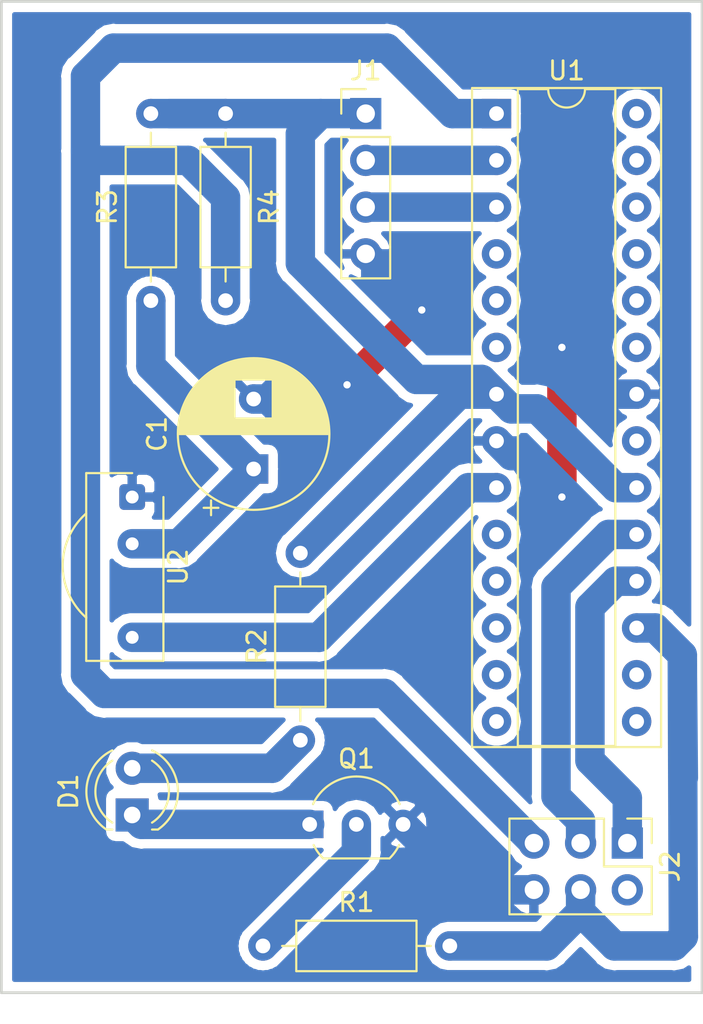
<source format=kicad_pcb>
(kicad_pcb (version 20171130) (host pcbnew 5.0.1-33cea8e~66~ubuntu18.04.1)

  (general
    (thickness 1.6)
    (drawings 7)
    (tracks 78)
    (zones 0)
    (modules 11)
    (nets 32)
  )

  (page A4)
  (layers
    (0 F.Cu signal)
    (31 B.Cu signal)
    (32 B.Adhes user)
    (33 F.Adhes user)
    (34 B.Paste user)
    (35 F.Paste user)
    (36 B.SilkS user)
    (37 F.SilkS user)
    (38 B.Mask user)
    (39 F.Mask user)
    (40 Dwgs.User user)
    (41 Cmts.User user)
    (42 Eco1.User user)
    (43 Eco2.User user)
    (44 Edge.Cuts user)
    (45 Margin user)
    (46 B.CrtYd user)
    (47 F.CrtYd user)
    (48 B.Fab user)
    (49 F.Fab user)
  )

  (setup
    (last_trace_width 1.6)
    (trace_clearance 0.2)
    (zone_clearance 0.508)
    (zone_45_only no)
    (trace_min 0.2)
    (segment_width 0.2)
    (edge_width 0.15)
    (via_size 0.8)
    (via_drill 0.4)
    (via_min_size 0.4)
    (via_min_drill 0.3)
    (uvia_size 0.3)
    (uvia_drill 0.1)
    (uvias_allowed no)
    (uvia_min_size 0.2)
    (uvia_min_drill 0.1)
    (pcb_text_width 0.3)
    (pcb_text_size 1.5 1.5)
    (mod_edge_width 0.15)
    (mod_text_size 1 1)
    (mod_text_width 0.15)
    (pad_size 1.524 1.524)
    (pad_drill 0.762)
    (pad_to_mask_clearance 0.051)
    (solder_mask_min_width 0.25)
    (aux_axis_origin 0 0)
    (visible_elements FFFFFF7F)
    (pcbplotparams
      (layerselection 0x010fc_ffffffff)
      (usegerberextensions false)
      (usegerberattributes false)
      (usegerberadvancedattributes false)
      (creategerberjobfile false)
      (excludeedgelayer true)
      (linewidth 0.100000)
      (plotframeref false)
      (viasonmask false)
      (mode 1)
      (useauxorigin false)
      (hpglpennumber 1)
      (hpglpenspeed 20)
      (hpglpendiameter 15.000000)
      (psnegative false)
      (psa4output false)
      (plotreference true)
      (plotvalue true)
      (plotinvisibletext false)
      (padsonsilk false)
      (subtractmaskfromsilk false)
      (outputformat 1)
      (mirror false)
      (drillshape 1)
      (scaleselection 1)
      (outputdirectory ""))
  )

  (net 0 "")
  (net 1 "Net-(C1-Pad1)")
  (net 2 GND)
  (net 3 "Net-(D1-Pad1)")
  (net 4 "Net-(D1-Pad2)")
  (net 5 "Net-(J1-Pad2)")
  (net 6 MISO)
  (net 7 "Net-(J2-Pad2)")
  (net 8 SCK)
  (net 9 MOSI)
  (net 10 RESET)
  (net 11 "Net-(Q1-Pad2)")
  (net 12 +5V)
  (net 13 "Net-(U1-Pad15)")
  (net 14 "Net-(U1-Pad16)")
  (net 15 "Net-(U1-Pad4)")
  (net 16 "Net-(U1-Pad5)")
  (net 17 "Net-(U1-Pad6)")
  (net 18 "Net-(U1-Pad21)")
  (net 19 "Net-(U1-Pad9)")
  (net 20 "Net-(U1-Pad23)")
  (net 21 "Net-(U1-Pad10)")
  (net 22 "Net-(U1-Pad24)")
  (net 23 "Net-(U1-Pad11)")
  (net 24 "Net-(U1-Pad25)")
  (net 25 "Net-(U1-Pad12)")
  (net 26 "Net-(U1-Pad26)")
  (net 27 "Net-(U1-Pad13)")
  (net 28 "Net-(U1-Pad27)")
  (net 29 "Net-(U1-Pad14)")
  (net 30 "Net-(U1-Pad28)")
  (net 31 "Net-(J1-Pad3)")

  (net_class Default "This is the default net class."
    (clearance 0.2)
    (trace_width 1.6)
    (via_dia 0.8)
    (via_drill 0.4)
    (uvia_dia 0.3)
    (uvia_drill 0.1)
    (add_net +5V)
    (add_net GND)
    (add_net MISO)
    (add_net MOSI)
    (add_net "Net-(C1-Pad1)")
    (add_net "Net-(D1-Pad1)")
    (add_net "Net-(D1-Pad2)")
    (add_net "Net-(J1-Pad2)")
    (add_net "Net-(J1-Pad3)")
    (add_net "Net-(J2-Pad2)")
    (add_net "Net-(Q1-Pad2)")
    (add_net "Net-(U1-Pad10)")
    (add_net "Net-(U1-Pad11)")
    (add_net "Net-(U1-Pad12)")
    (add_net "Net-(U1-Pad13)")
    (add_net "Net-(U1-Pad14)")
    (add_net "Net-(U1-Pad15)")
    (add_net "Net-(U1-Pad16)")
    (add_net "Net-(U1-Pad21)")
    (add_net "Net-(U1-Pad23)")
    (add_net "Net-(U1-Pad24)")
    (add_net "Net-(U1-Pad25)")
    (add_net "Net-(U1-Pad26)")
    (add_net "Net-(U1-Pad27)")
    (add_net "Net-(U1-Pad28)")
    (add_net "Net-(U1-Pad4)")
    (add_net "Net-(U1-Pad5)")
    (add_net "Net-(U1-Pad6)")
    (add_net "Net-(U1-Pad9)")
    (add_net RESET)
    (add_net SCK)
  )

  (module Capacitor_THT:CP_Radial_D8.0mm_P3.80mm (layer F.Cu) (tedit 5AE50EF0) (tstamp 5BC3331C)
    (at 59.436 71.12 90)
    (descr "CP, Radial series, Radial, pin pitch=3.80mm, , diameter=8mm, Electrolytic Capacitor")
    (tags "CP Radial series Radial pin pitch 3.80mm  diameter 8mm Electrolytic Capacitor")
    (path /5BB8E247)
    (fp_text reference C1 (at 1.9 -5.25 90) (layer F.SilkS)
      (effects (font (size 1 1) (thickness 0.15)))
    )
    (fp_text value 4.7u (at 1.9 5.25 90) (layer F.Fab)
      (effects (font (size 1 1) (thickness 0.15)))
    )
    (fp_circle (center 1.9 0) (end 5.9 0) (layer F.Fab) (width 0.1))
    (fp_circle (center 1.9 0) (end 6.02 0) (layer F.SilkS) (width 0.12))
    (fp_circle (center 1.9 0) (end 6.15 0) (layer F.CrtYd) (width 0.05))
    (fp_line (start -1.526759 -1.7475) (end -0.726759 -1.7475) (layer F.Fab) (width 0.1))
    (fp_line (start -1.126759 -2.1475) (end -1.126759 -1.3475) (layer F.Fab) (width 0.1))
    (fp_line (start 1.9 -4.08) (end 1.9 4.08) (layer F.SilkS) (width 0.12))
    (fp_line (start 1.94 -4.08) (end 1.94 4.08) (layer F.SilkS) (width 0.12))
    (fp_line (start 1.98 -4.08) (end 1.98 4.08) (layer F.SilkS) (width 0.12))
    (fp_line (start 2.02 -4.079) (end 2.02 4.079) (layer F.SilkS) (width 0.12))
    (fp_line (start 2.06 -4.077) (end 2.06 4.077) (layer F.SilkS) (width 0.12))
    (fp_line (start 2.1 -4.076) (end 2.1 4.076) (layer F.SilkS) (width 0.12))
    (fp_line (start 2.14 -4.074) (end 2.14 4.074) (layer F.SilkS) (width 0.12))
    (fp_line (start 2.18 -4.071) (end 2.18 4.071) (layer F.SilkS) (width 0.12))
    (fp_line (start 2.22 -4.068) (end 2.22 4.068) (layer F.SilkS) (width 0.12))
    (fp_line (start 2.26 -4.065) (end 2.26 4.065) (layer F.SilkS) (width 0.12))
    (fp_line (start 2.3 -4.061) (end 2.3 4.061) (layer F.SilkS) (width 0.12))
    (fp_line (start 2.34 -4.057) (end 2.34 4.057) (layer F.SilkS) (width 0.12))
    (fp_line (start 2.38 -4.052) (end 2.38 4.052) (layer F.SilkS) (width 0.12))
    (fp_line (start 2.42 -4.048) (end 2.42 4.048) (layer F.SilkS) (width 0.12))
    (fp_line (start 2.46 -4.042) (end 2.46 4.042) (layer F.SilkS) (width 0.12))
    (fp_line (start 2.5 -4.037) (end 2.5 4.037) (layer F.SilkS) (width 0.12))
    (fp_line (start 2.54 -4.03) (end 2.54 4.03) (layer F.SilkS) (width 0.12))
    (fp_line (start 2.58 -4.024) (end 2.58 4.024) (layer F.SilkS) (width 0.12))
    (fp_line (start 2.621 -4.017) (end 2.621 4.017) (layer F.SilkS) (width 0.12))
    (fp_line (start 2.661 -4.01) (end 2.661 4.01) (layer F.SilkS) (width 0.12))
    (fp_line (start 2.701 -4.002) (end 2.701 4.002) (layer F.SilkS) (width 0.12))
    (fp_line (start 2.741 -3.994) (end 2.741 3.994) (layer F.SilkS) (width 0.12))
    (fp_line (start 2.781 -3.985) (end 2.781 -1.04) (layer F.SilkS) (width 0.12))
    (fp_line (start 2.781 1.04) (end 2.781 3.985) (layer F.SilkS) (width 0.12))
    (fp_line (start 2.821 -3.976) (end 2.821 -1.04) (layer F.SilkS) (width 0.12))
    (fp_line (start 2.821 1.04) (end 2.821 3.976) (layer F.SilkS) (width 0.12))
    (fp_line (start 2.861 -3.967) (end 2.861 -1.04) (layer F.SilkS) (width 0.12))
    (fp_line (start 2.861 1.04) (end 2.861 3.967) (layer F.SilkS) (width 0.12))
    (fp_line (start 2.901 -3.957) (end 2.901 -1.04) (layer F.SilkS) (width 0.12))
    (fp_line (start 2.901 1.04) (end 2.901 3.957) (layer F.SilkS) (width 0.12))
    (fp_line (start 2.941 -3.947) (end 2.941 -1.04) (layer F.SilkS) (width 0.12))
    (fp_line (start 2.941 1.04) (end 2.941 3.947) (layer F.SilkS) (width 0.12))
    (fp_line (start 2.981 -3.936) (end 2.981 -1.04) (layer F.SilkS) (width 0.12))
    (fp_line (start 2.981 1.04) (end 2.981 3.936) (layer F.SilkS) (width 0.12))
    (fp_line (start 3.021 -3.925) (end 3.021 -1.04) (layer F.SilkS) (width 0.12))
    (fp_line (start 3.021 1.04) (end 3.021 3.925) (layer F.SilkS) (width 0.12))
    (fp_line (start 3.061 -3.914) (end 3.061 -1.04) (layer F.SilkS) (width 0.12))
    (fp_line (start 3.061 1.04) (end 3.061 3.914) (layer F.SilkS) (width 0.12))
    (fp_line (start 3.101 -3.902) (end 3.101 -1.04) (layer F.SilkS) (width 0.12))
    (fp_line (start 3.101 1.04) (end 3.101 3.902) (layer F.SilkS) (width 0.12))
    (fp_line (start 3.141 -3.889) (end 3.141 -1.04) (layer F.SilkS) (width 0.12))
    (fp_line (start 3.141 1.04) (end 3.141 3.889) (layer F.SilkS) (width 0.12))
    (fp_line (start 3.181 -3.877) (end 3.181 -1.04) (layer F.SilkS) (width 0.12))
    (fp_line (start 3.181 1.04) (end 3.181 3.877) (layer F.SilkS) (width 0.12))
    (fp_line (start 3.221 -3.863) (end 3.221 -1.04) (layer F.SilkS) (width 0.12))
    (fp_line (start 3.221 1.04) (end 3.221 3.863) (layer F.SilkS) (width 0.12))
    (fp_line (start 3.261 -3.85) (end 3.261 -1.04) (layer F.SilkS) (width 0.12))
    (fp_line (start 3.261 1.04) (end 3.261 3.85) (layer F.SilkS) (width 0.12))
    (fp_line (start 3.301 -3.835) (end 3.301 -1.04) (layer F.SilkS) (width 0.12))
    (fp_line (start 3.301 1.04) (end 3.301 3.835) (layer F.SilkS) (width 0.12))
    (fp_line (start 3.341 -3.821) (end 3.341 -1.04) (layer F.SilkS) (width 0.12))
    (fp_line (start 3.341 1.04) (end 3.341 3.821) (layer F.SilkS) (width 0.12))
    (fp_line (start 3.381 -3.805) (end 3.381 -1.04) (layer F.SilkS) (width 0.12))
    (fp_line (start 3.381 1.04) (end 3.381 3.805) (layer F.SilkS) (width 0.12))
    (fp_line (start 3.421 -3.79) (end 3.421 -1.04) (layer F.SilkS) (width 0.12))
    (fp_line (start 3.421 1.04) (end 3.421 3.79) (layer F.SilkS) (width 0.12))
    (fp_line (start 3.461 -3.774) (end 3.461 -1.04) (layer F.SilkS) (width 0.12))
    (fp_line (start 3.461 1.04) (end 3.461 3.774) (layer F.SilkS) (width 0.12))
    (fp_line (start 3.501 -3.757) (end 3.501 -1.04) (layer F.SilkS) (width 0.12))
    (fp_line (start 3.501 1.04) (end 3.501 3.757) (layer F.SilkS) (width 0.12))
    (fp_line (start 3.541 -3.74) (end 3.541 -1.04) (layer F.SilkS) (width 0.12))
    (fp_line (start 3.541 1.04) (end 3.541 3.74) (layer F.SilkS) (width 0.12))
    (fp_line (start 3.581 -3.722) (end 3.581 -1.04) (layer F.SilkS) (width 0.12))
    (fp_line (start 3.581 1.04) (end 3.581 3.722) (layer F.SilkS) (width 0.12))
    (fp_line (start 3.621 -3.704) (end 3.621 -1.04) (layer F.SilkS) (width 0.12))
    (fp_line (start 3.621 1.04) (end 3.621 3.704) (layer F.SilkS) (width 0.12))
    (fp_line (start 3.661 -3.686) (end 3.661 -1.04) (layer F.SilkS) (width 0.12))
    (fp_line (start 3.661 1.04) (end 3.661 3.686) (layer F.SilkS) (width 0.12))
    (fp_line (start 3.701 -3.666) (end 3.701 -1.04) (layer F.SilkS) (width 0.12))
    (fp_line (start 3.701 1.04) (end 3.701 3.666) (layer F.SilkS) (width 0.12))
    (fp_line (start 3.741 -3.647) (end 3.741 -1.04) (layer F.SilkS) (width 0.12))
    (fp_line (start 3.741 1.04) (end 3.741 3.647) (layer F.SilkS) (width 0.12))
    (fp_line (start 3.781 -3.627) (end 3.781 -1.04) (layer F.SilkS) (width 0.12))
    (fp_line (start 3.781 1.04) (end 3.781 3.627) (layer F.SilkS) (width 0.12))
    (fp_line (start 3.821 -3.606) (end 3.821 -1.04) (layer F.SilkS) (width 0.12))
    (fp_line (start 3.821 1.04) (end 3.821 3.606) (layer F.SilkS) (width 0.12))
    (fp_line (start 3.861 -3.584) (end 3.861 -1.04) (layer F.SilkS) (width 0.12))
    (fp_line (start 3.861 1.04) (end 3.861 3.584) (layer F.SilkS) (width 0.12))
    (fp_line (start 3.901 -3.562) (end 3.901 -1.04) (layer F.SilkS) (width 0.12))
    (fp_line (start 3.901 1.04) (end 3.901 3.562) (layer F.SilkS) (width 0.12))
    (fp_line (start 3.941 -3.54) (end 3.941 -1.04) (layer F.SilkS) (width 0.12))
    (fp_line (start 3.941 1.04) (end 3.941 3.54) (layer F.SilkS) (width 0.12))
    (fp_line (start 3.981 -3.517) (end 3.981 -1.04) (layer F.SilkS) (width 0.12))
    (fp_line (start 3.981 1.04) (end 3.981 3.517) (layer F.SilkS) (width 0.12))
    (fp_line (start 4.021 -3.493) (end 4.021 -1.04) (layer F.SilkS) (width 0.12))
    (fp_line (start 4.021 1.04) (end 4.021 3.493) (layer F.SilkS) (width 0.12))
    (fp_line (start 4.061 -3.469) (end 4.061 -1.04) (layer F.SilkS) (width 0.12))
    (fp_line (start 4.061 1.04) (end 4.061 3.469) (layer F.SilkS) (width 0.12))
    (fp_line (start 4.101 -3.444) (end 4.101 -1.04) (layer F.SilkS) (width 0.12))
    (fp_line (start 4.101 1.04) (end 4.101 3.444) (layer F.SilkS) (width 0.12))
    (fp_line (start 4.141 -3.418) (end 4.141 -1.04) (layer F.SilkS) (width 0.12))
    (fp_line (start 4.141 1.04) (end 4.141 3.418) (layer F.SilkS) (width 0.12))
    (fp_line (start 4.181 -3.392) (end 4.181 -1.04) (layer F.SilkS) (width 0.12))
    (fp_line (start 4.181 1.04) (end 4.181 3.392) (layer F.SilkS) (width 0.12))
    (fp_line (start 4.221 -3.365) (end 4.221 -1.04) (layer F.SilkS) (width 0.12))
    (fp_line (start 4.221 1.04) (end 4.221 3.365) (layer F.SilkS) (width 0.12))
    (fp_line (start 4.261 -3.338) (end 4.261 -1.04) (layer F.SilkS) (width 0.12))
    (fp_line (start 4.261 1.04) (end 4.261 3.338) (layer F.SilkS) (width 0.12))
    (fp_line (start 4.301 -3.309) (end 4.301 -1.04) (layer F.SilkS) (width 0.12))
    (fp_line (start 4.301 1.04) (end 4.301 3.309) (layer F.SilkS) (width 0.12))
    (fp_line (start 4.341 -3.28) (end 4.341 -1.04) (layer F.SilkS) (width 0.12))
    (fp_line (start 4.341 1.04) (end 4.341 3.28) (layer F.SilkS) (width 0.12))
    (fp_line (start 4.381 -3.25) (end 4.381 -1.04) (layer F.SilkS) (width 0.12))
    (fp_line (start 4.381 1.04) (end 4.381 3.25) (layer F.SilkS) (width 0.12))
    (fp_line (start 4.421 -3.22) (end 4.421 -1.04) (layer F.SilkS) (width 0.12))
    (fp_line (start 4.421 1.04) (end 4.421 3.22) (layer F.SilkS) (width 0.12))
    (fp_line (start 4.461 -3.189) (end 4.461 -1.04) (layer F.SilkS) (width 0.12))
    (fp_line (start 4.461 1.04) (end 4.461 3.189) (layer F.SilkS) (width 0.12))
    (fp_line (start 4.501 -3.156) (end 4.501 -1.04) (layer F.SilkS) (width 0.12))
    (fp_line (start 4.501 1.04) (end 4.501 3.156) (layer F.SilkS) (width 0.12))
    (fp_line (start 4.541 -3.124) (end 4.541 -1.04) (layer F.SilkS) (width 0.12))
    (fp_line (start 4.541 1.04) (end 4.541 3.124) (layer F.SilkS) (width 0.12))
    (fp_line (start 4.581 -3.09) (end 4.581 -1.04) (layer F.SilkS) (width 0.12))
    (fp_line (start 4.581 1.04) (end 4.581 3.09) (layer F.SilkS) (width 0.12))
    (fp_line (start 4.621 -3.055) (end 4.621 -1.04) (layer F.SilkS) (width 0.12))
    (fp_line (start 4.621 1.04) (end 4.621 3.055) (layer F.SilkS) (width 0.12))
    (fp_line (start 4.661 -3.019) (end 4.661 -1.04) (layer F.SilkS) (width 0.12))
    (fp_line (start 4.661 1.04) (end 4.661 3.019) (layer F.SilkS) (width 0.12))
    (fp_line (start 4.701 -2.983) (end 4.701 -1.04) (layer F.SilkS) (width 0.12))
    (fp_line (start 4.701 1.04) (end 4.701 2.983) (layer F.SilkS) (width 0.12))
    (fp_line (start 4.741 -2.945) (end 4.741 -1.04) (layer F.SilkS) (width 0.12))
    (fp_line (start 4.741 1.04) (end 4.741 2.945) (layer F.SilkS) (width 0.12))
    (fp_line (start 4.781 -2.907) (end 4.781 -1.04) (layer F.SilkS) (width 0.12))
    (fp_line (start 4.781 1.04) (end 4.781 2.907) (layer F.SilkS) (width 0.12))
    (fp_line (start 4.821 -2.867) (end 4.821 -1.04) (layer F.SilkS) (width 0.12))
    (fp_line (start 4.821 1.04) (end 4.821 2.867) (layer F.SilkS) (width 0.12))
    (fp_line (start 4.861 -2.826) (end 4.861 2.826) (layer F.SilkS) (width 0.12))
    (fp_line (start 4.901 -2.784) (end 4.901 2.784) (layer F.SilkS) (width 0.12))
    (fp_line (start 4.941 -2.741) (end 4.941 2.741) (layer F.SilkS) (width 0.12))
    (fp_line (start 4.981 -2.697) (end 4.981 2.697) (layer F.SilkS) (width 0.12))
    (fp_line (start 5.021 -2.651) (end 5.021 2.651) (layer F.SilkS) (width 0.12))
    (fp_line (start 5.061 -2.604) (end 5.061 2.604) (layer F.SilkS) (width 0.12))
    (fp_line (start 5.101 -2.556) (end 5.101 2.556) (layer F.SilkS) (width 0.12))
    (fp_line (start 5.141 -2.505) (end 5.141 2.505) (layer F.SilkS) (width 0.12))
    (fp_line (start 5.181 -2.454) (end 5.181 2.454) (layer F.SilkS) (width 0.12))
    (fp_line (start 5.221 -2.4) (end 5.221 2.4) (layer F.SilkS) (width 0.12))
    (fp_line (start 5.261 -2.345) (end 5.261 2.345) (layer F.SilkS) (width 0.12))
    (fp_line (start 5.301 -2.287) (end 5.301 2.287) (layer F.SilkS) (width 0.12))
    (fp_line (start 5.341 -2.228) (end 5.341 2.228) (layer F.SilkS) (width 0.12))
    (fp_line (start 5.381 -2.166) (end 5.381 2.166) (layer F.SilkS) (width 0.12))
    (fp_line (start 5.421 -2.102) (end 5.421 2.102) (layer F.SilkS) (width 0.12))
    (fp_line (start 5.461 -2.034) (end 5.461 2.034) (layer F.SilkS) (width 0.12))
    (fp_line (start 5.501 -1.964) (end 5.501 1.964) (layer F.SilkS) (width 0.12))
    (fp_line (start 5.541 -1.89) (end 5.541 1.89) (layer F.SilkS) (width 0.12))
    (fp_line (start 5.581 -1.813) (end 5.581 1.813) (layer F.SilkS) (width 0.12))
    (fp_line (start 5.621 -1.731) (end 5.621 1.731) (layer F.SilkS) (width 0.12))
    (fp_line (start 5.661 -1.645) (end 5.661 1.645) (layer F.SilkS) (width 0.12))
    (fp_line (start 5.701 -1.552) (end 5.701 1.552) (layer F.SilkS) (width 0.12))
    (fp_line (start 5.741 -1.453) (end 5.741 1.453) (layer F.SilkS) (width 0.12))
    (fp_line (start 5.781 -1.346) (end 5.781 1.346) (layer F.SilkS) (width 0.12))
    (fp_line (start 5.821 -1.229) (end 5.821 1.229) (layer F.SilkS) (width 0.12))
    (fp_line (start 5.861 -1.098) (end 5.861 1.098) (layer F.SilkS) (width 0.12))
    (fp_line (start 5.901 -0.948) (end 5.901 0.948) (layer F.SilkS) (width 0.12))
    (fp_line (start 5.941 -0.768) (end 5.941 0.768) (layer F.SilkS) (width 0.12))
    (fp_line (start 5.981 -0.533) (end 5.981 0.533) (layer F.SilkS) (width 0.12))
    (fp_line (start -2.509698 -2.315) (end -1.709698 -2.315) (layer F.SilkS) (width 0.12))
    (fp_line (start -2.109698 -2.715) (end -2.109698 -1.915) (layer F.SilkS) (width 0.12))
    (fp_text user %R (at 2.032 0 90) (layer F.Fab)
      (effects (font (size 1 1) (thickness 0.15)))
    )
    (pad 1 thru_hole rect (at 0 0 90) (size 1.6 1.6) (drill 0.8) (layers *.Cu *.Mask)
      (net 1 "Net-(C1-Pad1)"))
    (pad 2 thru_hole circle (at 3.8 0 90) (size 1.6 1.6) (drill 0.8) (layers *.Cu *.Mask)
      (net 2 GND))
    (model ${KISYS3DMOD}/Capacitor_THT.3dshapes/CP_Radial_D8.0mm_P3.80mm.wrl
      (at (xyz 0 0 0))
      (scale (xyz 1 1 1))
      (rotate (xyz 0 0 0))
    )
  )

  (module LED_THT:LED_D4.0mm (layer F.Cu) (tedit 587A3A7B) (tstamp 5BC3332F)
    (at 52.832 89.916 90)
    (descr "LED, diameter 4.0mm, 2 pins, http://www.kingbright.com/attachments/file/psearch/000/00/00/L-43GD(Ver.12B).pdf")
    (tags "LED diameter 4.0mm 2 pins")
    (path /5BB8D7E1)
    (fp_text reference D1 (at 1.27 -3.46 90) (layer F.SilkS)
      (effects (font (size 1 1) (thickness 0.15)))
    )
    (fp_text value SFH409-2 (at 1.27 3.46 90) (layer F.Fab)
      (effects (font (size 1 1) (thickness 0.15)))
    )
    (fp_arc (start 1.27 0) (end -0.73 -1.32665) (angle 292.9) (layer F.Fab) (width 0.1))
    (fp_arc (start 1.27 0) (end -0.79 -1.398749) (angle 120.1) (layer F.SilkS) (width 0.12))
    (fp_arc (start 1.27 0) (end -0.79 1.398749) (angle -120.1) (layer F.SilkS) (width 0.12))
    (fp_arc (start 1.27 0) (end -0.41333 -1.08) (angle 114.6) (layer F.SilkS) (width 0.12))
    (fp_arc (start 1.27 0) (end -0.41333 1.08) (angle -114.6) (layer F.SilkS) (width 0.12))
    (fp_circle (center 1.27 0) (end 3.27 0) (layer F.Fab) (width 0.1))
    (fp_line (start -0.73 -1.32665) (end -0.73 1.32665) (layer F.Fab) (width 0.1))
    (fp_line (start -0.79 -1.399) (end -0.79 -1.08) (layer F.SilkS) (width 0.12))
    (fp_line (start -0.79 1.08) (end -0.79 1.399) (layer F.SilkS) (width 0.12))
    (fp_line (start -1.45 -2.75) (end -1.45 2.75) (layer F.CrtYd) (width 0.05))
    (fp_line (start -1.45 2.75) (end 4 2.75) (layer F.CrtYd) (width 0.05))
    (fp_line (start 4 2.75) (end 4 -2.75) (layer F.CrtYd) (width 0.05))
    (fp_line (start 4 -2.75) (end -1.45 -2.75) (layer F.CrtYd) (width 0.05))
    (pad 1 thru_hole rect (at 0 0 90) (size 1.8 1.8) (drill 0.9) (layers *.Cu *.Mask)
      (net 3 "Net-(D1-Pad1)"))
    (pad 2 thru_hole circle (at 2.54 0 90) (size 1.8 1.8) (drill 0.9) (layers *.Cu *.Mask)
      (net 4 "Net-(D1-Pad2)"))
    (model ${KISYS3DMOD}/LED_THT.3dshapes/LED_D4.0mm.wrl
      (at (xyz 0 0 0))
      (scale (xyz 1 1 1))
      (rotate (xyz 0 0 0))
    )
  )

  (module Connector_PinHeader_2.54mm:PinHeader_2x03_P2.54mm_Vertical (layer F.Cu) (tedit 5BC3281A) (tstamp 5BC33362)
    (at 79.756 91.44 270)
    (descr "Through hole straight pin header, 2x03, 2.54mm pitch, double rows")
    (tags "Through hole pin header THT 2x03 2.54mm double row")
    (path /5BB90674)
    (fp_text reference J2 (at 1.27 -2.33 270) (layer F.SilkS)
      (effects (font (size 1 1) (thickness 0.15)))
    )
    (fp_text value Conn_02x03_Odd_Even (at 1.27 7.41 270) (layer F.Fab)
      (effects (font (size 1 1) (thickness 0.15)))
    )
    (fp_line (start 0 -1.27) (end 3.81 -1.27) (layer F.Fab) (width 0.1))
    (fp_line (start 3.81 -1.27) (end 3.81 6.35) (layer F.Fab) (width 0.1))
    (fp_line (start 3.81 6.35) (end -1.27 6.35) (layer F.Fab) (width 0.1))
    (fp_line (start -1.27 6.35) (end -1.27 0) (layer F.Fab) (width 0.1))
    (fp_line (start -1.27 0) (end 0 -1.27) (layer F.Fab) (width 0.1))
    (fp_line (start -1.33 6.41) (end 3.87 6.41) (layer F.SilkS) (width 0.12))
    (fp_line (start -1.33 1.27) (end -1.33 6.41) (layer F.SilkS) (width 0.12))
    (fp_line (start 3.87 -1.33) (end 3.87 6.41) (layer F.SilkS) (width 0.12))
    (fp_line (start -1.33 1.27) (end 1.27 1.27) (layer F.SilkS) (width 0.12))
    (fp_line (start 1.27 1.27) (end 1.27 -1.33) (layer F.SilkS) (width 0.12))
    (fp_line (start 1.27 -1.33) (end 3.87 -1.33) (layer F.SilkS) (width 0.12))
    (fp_line (start -1.33 0) (end -1.33 -1.33) (layer F.SilkS) (width 0.12))
    (fp_line (start -1.33 -1.33) (end 0 -1.33) (layer F.SilkS) (width 0.12))
    (fp_line (start -1.8 -1.8) (end -1.8 6.85) (layer F.CrtYd) (width 0.05))
    (fp_line (start -1.8 6.85) (end 4.35 6.85) (layer F.CrtYd) (width 0.05))
    (fp_line (start 4.35 6.85) (end 4.35 -1.8) (layer F.CrtYd) (width 0.05))
    (fp_line (start 4.35 -1.8) (end -1.8 -1.8) (layer F.CrtYd) (width 0.05))
    (fp_text user %R (at 1.27 2.54) (layer F.Fab)
      (effects (font (size 1 1) (thickness 0.15)))
    )
    (pad 1 thru_hole rect (at 0 0 270) (size 1.7 1.7) (drill 1) (layers *.Cu *.Mask)
      (net 6 MISO))
    (pad 2 thru_hole oval (at 2.54 0 270) (size 1.7 1.7) (drill 1) (layers *.Cu *.Mask)
      (net 7 "Net-(J2-Pad2)"))
    (pad 3 thru_hole oval (at 0 2.54 270) (size 1.7 1.7) (drill 1) (layers *.Cu *.Mask)
      (net 8 SCK))
    (pad 4 thru_hole oval (at 2.54 2.54 270) (size 1.7 1.7) (drill 1) (layers *.Cu *.Mask)
      (net 9 MOSI))
    (pad 5 thru_hole oval (at 0 5.08 270) (size 1.7 1.7) (drill 1) (layers *.Cu *.Mask)
      (net 10 RESET))
    (pad 6 thru_hole oval (at 2.54 5.08 270) (size 1.7 1.7) (drill 1) (layers *.Cu *.Mask)
      (net 2 GND))
    (model ${KISYS3DMOD}/Connector_PinHeader_2.54mm.3dshapes/PinHeader_2x03_P2.54mm_Vertical.wrl
      (at (xyz 0 0 0))
      (scale (xyz 1 1 1))
      (rotate (xyz 0 0 0))
    )
  )

  (module Resistor_THT:R_Axial_DIN0207_L6.3mm_D2.5mm_P10.16mm_Horizontal (layer F.Cu) (tedit 5AE5139B) (tstamp 5BC34412)
    (at 59.944 97.028)
    (descr "Resistor, Axial_DIN0207 series, Axial, Horizontal, pin pitch=10.16mm, 0.25W = 1/4W, length*diameter=6.3*2.5mm^2, http://cdn-reichelt.de/documents/datenblatt/B400/1_4W%23YAG.pdf")
    (tags "Resistor Axial_DIN0207 series Axial Horizontal pin pitch 10.16mm 0.25W = 1/4W length 6.3mm diameter 2.5mm")
    (path /5BB8D614)
    (fp_text reference R1 (at 5.08 -2.37) (layer F.SilkS)
      (effects (font (size 1 1) (thickness 0.15)))
    )
    (fp_text value 1K (at 5.08 2.37) (layer F.Fab)
      (effects (font (size 1 1) (thickness 0.15)))
    )
    (fp_line (start 1.93 -1.25) (end 1.93 1.25) (layer F.Fab) (width 0.1))
    (fp_line (start 1.93 1.25) (end 8.23 1.25) (layer F.Fab) (width 0.1))
    (fp_line (start 8.23 1.25) (end 8.23 -1.25) (layer F.Fab) (width 0.1))
    (fp_line (start 8.23 -1.25) (end 1.93 -1.25) (layer F.Fab) (width 0.1))
    (fp_line (start 0 0) (end 1.93 0) (layer F.Fab) (width 0.1))
    (fp_line (start 10.16 0) (end 8.23 0) (layer F.Fab) (width 0.1))
    (fp_line (start 1.81 -1.37) (end 1.81 1.37) (layer F.SilkS) (width 0.12))
    (fp_line (start 1.81 1.37) (end 8.35 1.37) (layer F.SilkS) (width 0.12))
    (fp_line (start 8.35 1.37) (end 8.35 -1.37) (layer F.SilkS) (width 0.12))
    (fp_line (start 8.35 -1.37) (end 1.81 -1.37) (layer F.SilkS) (width 0.12))
    (fp_line (start 1.04 0) (end 1.81 0) (layer F.SilkS) (width 0.12))
    (fp_line (start 9.12 0) (end 8.35 0) (layer F.SilkS) (width 0.12))
    (fp_line (start -1.05 -1.5) (end -1.05 1.5) (layer F.CrtYd) (width 0.05))
    (fp_line (start -1.05 1.5) (end 11.21 1.5) (layer F.CrtYd) (width 0.05))
    (fp_line (start 11.21 1.5) (end 11.21 -1.5) (layer F.CrtYd) (width 0.05))
    (fp_line (start 11.21 -1.5) (end -1.05 -1.5) (layer F.CrtYd) (width 0.05))
    (fp_text user %R (at 5.08 0 180) (layer F.Fab)
      (effects (font (size 1 1) (thickness 0.15)))
    )
    (pad 1 thru_hole circle (at 0 0) (size 1.6 1.6) (drill 0.8) (layers *.Cu *.Mask)
      (net 11 "Net-(Q1-Pad2)"))
    (pad 2 thru_hole oval (at 10.16 0) (size 1.6 1.6) (drill 0.8) (layers *.Cu *.Mask)
      (net 9 MOSI))
    (model ${KISYS3DMOD}/Resistor_THT.3dshapes/R_Axial_DIN0207_L6.3mm_D2.5mm_P10.16mm_Horizontal.wrl
      (at (xyz 0 0 0))
      (scale (xyz 1 1 1))
      (rotate (xyz 0 0 0))
    )
  )

  (module Resistor_THT:R_Axial_DIN0207_L6.3mm_D2.5mm_P10.16mm_Horizontal (layer F.Cu) (tedit 5AE5139B) (tstamp 5BC34360)
    (at 61.976 85.852 90)
    (descr "Resistor, Axial_DIN0207 series, Axial, Horizontal, pin pitch=10.16mm, 0.25W = 1/4W, length*diameter=6.3*2.5mm^2, http://cdn-reichelt.de/documents/datenblatt/B400/1_4W%23YAG.pdf")
    (tags "Resistor Axial_DIN0207 series Axial Horizontal pin pitch 10.16mm 0.25W = 1/4W length 6.3mm diameter 2.5mm")
    (path /5BB8D660)
    (fp_text reference R2 (at 5.08 -2.37 90) (layer F.SilkS)
      (effects (font (size 1 1) (thickness 0.15)))
    )
    (fp_text value 33 (at 5.08 2.37 90) (layer F.Fab)
      (effects (font (size 1 1) (thickness 0.15)))
    )
    (fp_text user %R (at 5.08 0 90) (layer F.Fab)
      (effects (font (size 1 1) (thickness 0.15)))
    )
    (fp_line (start 11.21 -1.5) (end -1.05 -1.5) (layer F.CrtYd) (width 0.05))
    (fp_line (start 11.21 1.5) (end 11.21 -1.5) (layer F.CrtYd) (width 0.05))
    (fp_line (start -1.05 1.5) (end 11.21 1.5) (layer F.CrtYd) (width 0.05))
    (fp_line (start -1.05 -1.5) (end -1.05 1.5) (layer F.CrtYd) (width 0.05))
    (fp_line (start 9.12 0) (end 8.35 0) (layer F.SilkS) (width 0.12))
    (fp_line (start 1.04 0) (end 1.81 0) (layer F.SilkS) (width 0.12))
    (fp_line (start 8.35 -1.37) (end 1.81 -1.37) (layer F.SilkS) (width 0.12))
    (fp_line (start 8.35 1.37) (end 8.35 -1.37) (layer F.SilkS) (width 0.12))
    (fp_line (start 1.81 1.37) (end 8.35 1.37) (layer F.SilkS) (width 0.12))
    (fp_line (start 1.81 -1.37) (end 1.81 1.37) (layer F.SilkS) (width 0.12))
    (fp_line (start 10.16 0) (end 8.23 0) (layer F.Fab) (width 0.1))
    (fp_line (start 0 0) (end 1.93 0) (layer F.Fab) (width 0.1))
    (fp_line (start 8.23 -1.25) (end 1.93 -1.25) (layer F.Fab) (width 0.1))
    (fp_line (start 8.23 1.25) (end 8.23 -1.25) (layer F.Fab) (width 0.1))
    (fp_line (start 1.93 1.25) (end 8.23 1.25) (layer F.Fab) (width 0.1))
    (fp_line (start 1.93 -1.25) (end 1.93 1.25) (layer F.Fab) (width 0.1))
    (pad 2 thru_hole oval (at 10.16 0 90) (size 1.6 1.6) (drill 0.8) (layers *.Cu *.Mask)
      (net 12 +5V))
    (pad 1 thru_hole circle (at 0 0 90) (size 1.6 1.6) (drill 0.8) (layers *.Cu *.Mask)
      (net 4 "Net-(D1-Pad2)"))
    (model ${KISYS3DMOD}/Resistor_THT.3dshapes/R_Axial_DIN0207_L6.3mm_D2.5mm_P10.16mm_Horizontal.wrl
      (at (xyz 0 0 0))
      (scale (xyz 1 1 1))
      (rotate (xyz 0 0 0))
    )
  )

  (module Resistor_THT:R_Axial_DIN0207_L6.3mm_D2.5mm_P10.16mm_Horizontal (layer F.Cu) (tedit 5AE5139B) (tstamp 5BC340CC)
    (at 53.848 61.976 90)
    (descr "Resistor, Axial_DIN0207 series, Axial, Horizontal, pin pitch=10.16mm, 0.25W = 1/4W, length*diameter=6.3*2.5mm^2, http://cdn-reichelt.de/documents/datenblatt/B400/1_4W%23YAG.pdf")
    (tags "Resistor Axial_DIN0207 series Axial Horizontal pin pitch 10.16mm 0.25W = 1/4W length 6.3mm diameter 2.5mm")
    (path /5BB8DFD3)
    (fp_text reference R3 (at 5.08 -2.37 90) (layer F.SilkS)
      (effects (font (size 1 1) (thickness 0.15)))
    )
    (fp_text value 100 (at 5.08 2.37 90) (layer F.Fab)
      (effects (font (size 1 1) (thickness 0.15)))
    )
    (fp_line (start 1.93 -1.25) (end 1.93 1.25) (layer F.Fab) (width 0.1))
    (fp_line (start 1.93 1.25) (end 8.23 1.25) (layer F.Fab) (width 0.1))
    (fp_line (start 8.23 1.25) (end 8.23 -1.25) (layer F.Fab) (width 0.1))
    (fp_line (start 8.23 -1.25) (end 1.93 -1.25) (layer F.Fab) (width 0.1))
    (fp_line (start 0 0) (end 1.93 0) (layer F.Fab) (width 0.1))
    (fp_line (start 10.16 0) (end 8.23 0) (layer F.Fab) (width 0.1))
    (fp_line (start 1.81 -1.37) (end 1.81 1.37) (layer F.SilkS) (width 0.12))
    (fp_line (start 1.81 1.37) (end 8.35 1.37) (layer F.SilkS) (width 0.12))
    (fp_line (start 8.35 1.37) (end 8.35 -1.37) (layer F.SilkS) (width 0.12))
    (fp_line (start 8.35 -1.37) (end 1.81 -1.37) (layer F.SilkS) (width 0.12))
    (fp_line (start 1.04 0) (end 1.81 0) (layer F.SilkS) (width 0.12))
    (fp_line (start 9.12 0) (end 8.35 0) (layer F.SilkS) (width 0.12))
    (fp_line (start -1.05 -1.5) (end -1.05 1.5) (layer F.CrtYd) (width 0.05))
    (fp_line (start -1.05 1.5) (end 11.21 1.5) (layer F.CrtYd) (width 0.05))
    (fp_line (start 11.21 1.5) (end 11.21 -1.5) (layer F.CrtYd) (width 0.05))
    (fp_line (start 11.21 -1.5) (end -1.05 -1.5) (layer F.CrtYd) (width 0.05))
    (fp_text user %R (at 5.08 0 90) (layer F.Fab)
      (effects (font (size 1 1) (thickness 0.15)))
    )
    (pad 1 thru_hole circle (at 0 0 90) (size 1.6 1.6) (drill 0.8) (layers *.Cu *.Mask)
      (net 1 "Net-(C1-Pad1)"))
    (pad 2 thru_hole oval (at 10.16 0 90) (size 1.6 1.6) (drill 0.8) (layers *.Cu *.Mask)
      (net 12 +5V))
    (model ${KISYS3DMOD}/Resistor_THT.3dshapes/R_Axial_DIN0207_L6.3mm_D2.5mm_P10.16mm_Horizontal.wrl
      (at (xyz 0 0 0))
      (scale (xyz 1 1 1))
      (rotate (xyz 0 0 0))
    )
  )

  (module Resistor_THT:R_Axial_DIN0207_L6.3mm_D2.5mm_P10.16mm_Horizontal (layer F.Cu) (tedit 5AE5139B) (tstamp 5BC333D0)
    (at 57.912 51.816 270)
    (descr "Resistor, Axial_DIN0207 series, Axial, Horizontal, pin pitch=10.16mm, 0.25W = 1/4W, length*diameter=6.3*2.5mm^2, http://cdn-reichelt.de/documents/datenblatt/B400/1_4W%23YAG.pdf")
    (tags "Resistor Axial_DIN0207 series Axial Horizontal pin pitch 10.16mm 0.25W = 1/4W length 6.3mm diameter 2.5mm")
    (path /5BB8F969)
    (fp_text reference R4 (at 5.08 -2.37 270) (layer F.SilkS)
      (effects (font (size 1 1) (thickness 0.15)))
    )
    (fp_text value 10k (at 5.08 2.37 270) (layer F.Fab)
      (effects (font (size 1 1) (thickness 0.15)))
    )
    (fp_text user %R (at 5.08 0 270) (layer F.Fab)
      (effects (font (size 1 1) (thickness 0.15)))
    )
    (fp_line (start 11.21 -1.5) (end -1.05 -1.5) (layer F.CrtYd) (width 0.05))
    (fp_line (start 11.21 1.5) (end 11.21 -1.5) (layer F.CrtYd) (width 0.05))
    (fp_line (start -1.05 1.5) (end 11.21 1.5) (layer F.CrtYd) (width 0.05))
    (fp_line (start -1.05 -1.5) (end -1.05 1.5) (layer F.CrtYd) (width 0.05))
    (fp_line (start 9.12 0) (end 8.35 0) (layer F.SilkS) (width 0.12))
    (fp_line (start 1.04 0) (end 1.81 0) (layer F.SilkS) (width 0.12))
    (fp_line (start 8.35 -1.37) (end 1.81 -1.37) (layer F.SilkS) (width 0.12))
    (fp_line (start 8.35 1.37) (end 8.35 -1.37) (layer F.SilkS) (width 0.12))
    (fp_line (start 1.81 1.37) (end 8.35 1.37) (layer F.SilkS) (width 0.12))
    (fp_line (start 1.81 -1.37) (end 1.81 1.37) (layer F.SilkS) (width 0.12))
    (fp_line (start 10.16 0) (end 8.23 0) (layer F.Fab) (width 0.1))
    (fp_line (start 0 0) (end 1.93 0) (layer F.Fab) (width 0.1))
    (fp_line (start 8.23 -1.25) (end 1.93 -1.25) (layer F.Fab) (width 0.1))
    (fp_line (start 8.23 1.25) (end 8.23 -1.25) (layer F.Fab) (width 0.1))
    (fp_line (start 1.93 1.25) (end 8.23 1.25) (layer F.Fab) (width 0.1))
    (fp_line (start 1.93 -1.25) (end 1.93 1.25) (layer F.Fab) (width 0.1))
    (pad 2 thru_hole oval (at 10.16 0 270) (size 1.6 1.6) (drill 0.8) (layers *.Cu *.Mask)
      (net 10 RESET))
    (pad 1 thru_hole circle (at 0 0 270) (size 1.6 1.6) (drill 0.8) (layers *.Cu *.Mask)
      (net 12 +5V))
    (model ${KISYS3DMOD}/Resistor_THT.3dshapes/R_Axial_DIN0207_L6.3mm_D2.5mm_P10.16mm_Horizontal.wrl
      (at (xyz 0 0 0))
      (scale (xyz 1 1 1))
      (rotate (xyz 0 0 0))
    )
  )

  (module Package_DIP:DIP-28_W7.62mm_Socket (layer F.Cu) (tedit 5A02E8C5) (tstamp 5BC33408)
    (at 72.644 51.816)
    (descr "28-lead though-hole mounted DIP package, row spacing 7.62 mm (300 mils), Socket")
    (tags "THT DIP DIL PDIP 2.54mm 7.62mm 300mil Socket")
    (path /5BB8CBE4)
    (fp_text reference U1 (at 3.81 -2.33) (layer F.SilkS)
      (effects (font (size 1 1) (thickness 0.15)))
    )
    (fp_text value ATMEGA8-16PU (at 3.81 35.35) (layer F.Fab)
      (effects (font (size 1 1) (thickness 0.15)))
    )
    (fp_arc (start 3.81 -1.33) (end 2.81 -1.33) (angle -180) (layer F.SilkS) (width 0.12))
    (fp_line (start 1.635 -1.27) (end 6.985 -1.27) (layer F.Fab) (width 0.1))
    (fp_line (start 6.985 -1.27) (end 6.985 34.29) (layer F.Fab) (width 0.1))
    (fp_line (start 6.985 34.29) (end 0.635 34.29) (layer F.Fab) (width 0.1))
    (fp_line (start 0.635 34.29) (end 0.635 -0.27) (layer F.Fab) (width 0.1))
    (fp_line (start 0.635 -0.27) (end 1.635 -1.27) (layer F.Fab) (width 0.1))
    (fp_line (start -1.27 -1.33) (end -1.27 34.35) (layer F.Fab) (width 0.1))
    (fp_line (start -1.27 34.35) (end 8.89 34.35) (layer F.Fab) (width 0.1))
    (fp_line (start 8.89 34.35) (end 8.89 -1.33) (layer F.Fab) (width 0.1))
    (fp_line (start 8.89 -1.33) (end -1.27 -1.33) (layer F.Fab) (width 0.1))
    (fp_line (start 2.81 -1.33) (end 1.16 -1.33) (layer F.SilkS) (width 0.12))
    (fp_line (start 1.16 -1.33) (end 1.16 34.35) (layer F.SilkS) (width 0.12))
    (fp_line (start 1.16 34.35) (end 6.46 34.35) (layer F.SilkS) (width 0.12))
    (fp_line (start 6.46 34.35) (end 6.46 -1.33) (layer F.SilkS) (width 0.12))
    (fp_line (start 6.46 -1.33) (end 4.81 -1.33) (layer F.SilkS) (width 0.12))
    (fp_line (start -1.33 -1.39) (end -1.33 34.41) (layer F.SilkS) (width 0.12))
    (fp_line (start -1.33 34.41) (end 8.95 34.41) (layer F.SilkS) (width 0.12))
    (fp_line (start 8.95 34.41) (end 8.95 -1.39) (layer F.SilkS) (width 0.12))
    (fp_line (start 8.95 -1.39) (end -1.33 -1.39) (layer F.SilkS) (width 0.12))
    (fp_line (start -1.55 -1.6) (end -1.55 34.65) (layer F.CrtYd) (width 0.05))
    (fp_line (start -1.55 34.65) (end 9.15 34.65) (layer F.CrtYd) (width 0.05))
    (fp_line (start 9.15 34.65) (end 9.15 -1.6) (layer F.CrtYd) (width 0.05))
    (fp_line (start 9.15 -1.6) (end -1.55 -1.6) (layer F.CrtYd) (width 0.05))
    (fp_text user %R (at 3.81 16.51) (layer F.Fab)
      (effects (font (size 1 1) (thickness 0.15)))
    )
    (pad 1 thru_hole rect (at 0 0) (size 1.6 1.6) (drill 0.8) (layers *.Cu *.Mask)
      (net 10 RESET))
    (pad 15 thru_hole oval (at 7.62 33.02) (size 1.6 1.6) (drill 0.8) (layers *.Cu *.Mask)
      (net 13 "Net-(U1-Pad15)"))
    (pad 2 thru_hole oval (at 0 2.54) (size 1.6 1.6) (drill 0.8) (layers *.Cu *.Mask)
      (net 5 "Net-(J1-Pad2)"))
    (pad 16 thru_hole oval (at 7.62 30.48) (size 1.6 1.6) (drill 0.8) (layers *.Cu *.Mask)
      (net 14 "Net-(U1-Pad16)"))
    (pad 3 thru_hole oval (at 0 5.08) (size 1.6 1.6) (drill 0.8) (layers *.Cu *.Mask)
      (net 31 "Net-(J1-Pad3)"))
    (pad 17 thru_hole oval (at 7.62 27.94) (size 1.6 1.6) (drill 0.8) (layers *.Cu *.Mask)
      (net 9 MOSI))
    (pad 4 thru_hole oval (at 0 7.62) (size 1.6 1.6) (drill 0.8) (layers *.Cu *.Mask)
      (net 15 "Net-(U1-Pad4)"))
    (pad 18 thru_hole oval (at 7.62 25.4) (size 1.6 1.6) (drill 0.8) (layers *.Cu *.Mask)
      (net 6 MISO))
    (pad 5 thru_hole oval (at 0 10.16) (size 1.6 1.6) (drill 0.8) (layers *.Cu *.Mask)
      (net 16 "Net-(U1-Pad5)"))
    (pad 19 thru_hole oval (at 7.62 22.86) (size 1.6 1.6) (drill 0.8) (layers *.Cu *.Mask)
      (net 8 SCK))
    (pad 6 thru_hole oval (at 0 12.7) (size 1.6 1.6) (drill 0.8) (layers *.Cu *.Mask)
      (net 17 "Net-(U1-Pad6)"))
    (pad 20 thru_hole oval (at 7.62 20.32) (size 1.6 1.6) (drill 0.8) (layers *.Cu *.Mask)
      (net 12 +5V))
    (pad 7 thru_hole oval (at 0 15.24) (size 1.6 1.6) (drill 0.8) (layers *.Cu *.Mask)
      (net 12 +5V))
    (pad 21 thru_hole oval (at 7.62 17.78) (size 1.6 1.6) (drill 0.8) (layers *.Cu *.Mask)
      (net 18 "Net-(U1-Pad21)"))
    (pad 8 thru_hole oval (at 0 17.78) (size 1.6 1.6) (drill 0.8) (layers *.Cu *.Mask)
      (net 2 GND))
    (pad 22 thru_hole oval (at 7.62 15.24) (size 1.6 1.6) (drill 0.8) (layers *.Cu *.Mask)
      (net 2 GND))
    (pad 9 thru_hole oval (at 0 20.32) (size 1.6 1.6) (drill 0.8) (layers *.Cu *.Mask)
      (net 19 "Net-(U1-Pad9)"))
    (pad 23 thru_hole oval (at 7.62 12.7) (size 1.6 1.6) (drill 0.8) (layers *.Cu *.Mask)
      (net 20 "Net-(U1-Pad23)"))
    (pad 10 thru_hole oval (at 0 22.86) (size 1.6 1.6) (drill 0.8) (layers *.Cu *.Mask)
      (net 21 "Net-(U1-Pad10)"))
    (pad 24 thru_hole oval (at 7.62 10.16) (size 1.6 1.6) (drill 0.8) (layers *.Cu *.Mask)
      (net 22 "Net-(U1-Pad24)"))
    (pad 11 thru_hole oval (at 0 25.4) (size 1.6 1.6) (drill 0.8) (layers *.Cu *.Mask)
      (net 23 "Net-(U1-Pad11)"))
    (pad 25 thru_hole oval (at 7.62 7.62) (size 1.6 1.6) (drill 0.8) (layers *.Cu *.Mask)
      (net 24 "Net-(U1-Pad25)"))
    (pad 12 thru_hole oval (at 0 27.94) (size 1.6 1.6) (drill 0.8) (layers *.Cu *.Mask)
      (net 25 "Net-(U1-Pad12)"))
    (pad 26 thru_hole oval (at 7.62 5.08) (size 1.6 1.6) (drill 0.8) (layers *.Cu *.Mask)
      (net 26 "Net-(U1-Pad26)"))
    (pad 13 thru_hole oval (at 0 30.48) (size 1.6 1.6) (drill 0.8) (layers *.Cu *.Mask)
      (net 27 "Net-(U1-Pad13)"))
    (pad 27 thru_hole oval (at 7.62 2.54) (size 1.6 1.6) (drill 0.8) (layers *.Cu *.Mask)
      (net 28 "Net-(U1-Pad27)"))
    (pad 14 thru_hole oval (at 0 33.02) (size 1.6 1.6) (drill 0.8) (layers *.Cu *.Mask)
      (net 29 "Net-(U1-Pad14)"))
    (pad 28 thru_hole oval (at 7.62 0) (size 1.6 1.6) (drill 0.8) (layers *.Cu *.Mask)
      (net 30 "Net-(U1-Pad28)"))
    (model ${KISYS3DMOD}/Package_DIP.3dshapes/DIP-28_W7.62mm_Socket.wrl
      (at (xyz 0 0 0))
      (scale (xyz 1 1 1))
      (rotate (xyz 0 0 0))
    )
  )

  (module OptoDevice:Vishay_CAST-3Pin (layer F.Cu) (tedit 5B88841D) (tstamp 5BC33421)
    (at 52.832 72.644 270)
    (descr "IR Receiver Vishay TSOP-xxxx, CAST package, see https://www.vishay.com/docs/82493/tsop311.pdf")
    (tags "IRReceiverVishayTSOP-xxxx CAST")
    (path /5BB8DF62)
    (fp_text reference U2 (at 3.8 -2.5 270) (layer F.SilkS)
      (effects (font (size 1 1) (thickness 0.15)))
    )
    (fp_text value TSOP312xx (at 3.4 4.8 90) (layer F.Fab)
      (effects (font (size 1 1) (thickness 0.15)))
    )
    (fp_text user %R (at 3.8 1.017 270) (layer F.Fab)
      (effects (font (size 1 1) (thickness 0.15)))
    )
    (fp_line (start 0.9 2.5) (end 6.6 2.5) (layer F.SilkS) (width 0.12))
    (fp_line (start 6.5 2.5) (end 8.9 2.5) (layer F.SilkS) (width 0.12))
    (fp_line (start 8.9 2.5) (end 8.9 -1.7) (layer F.SilkS) (width 0.12))
    (fp_line (start 8.9 -1.7) (end 0 -1.7) (layer F.SilkS) (width 0.12))
    (fp_line (start -1.3 0) (end -1.3 2.5) (layer F.SilkS) (width 0.12))
    (fp_line (start -1.3 2.5) (end 0.9 2.5) (layer F.SilkS) (width 0.12))
    (fp_line (start -0.2 -1.6) (end 8.8 -1.6) (layer F.Fab) (width 0.1))
    (fp_line (start 8.8 -1.6) (end 8.8 2.4) (layer F.Fab) (width 0.1))
    (fp_line (start 8.8 2.4) (end -1.2 2.4) (layer F.Fab) (width 0.1))
    (fp_line (start -1.2 2.4) (end -1.2 -0.6) (layer F.Fab) (width 0.1))
    (fp_line (start -1.45 -1.85) (end 9.05 -1.85) (layer F.CrtYd) (width 0.05))
    (fp_line (start -1.45 -1.85) (end -1.45 3.88) (layer F.CrtYd) (width 0.05))
    (fp_line (start 9.05 3.88) (end 9.05 -1.85) (layer F.CrtYd) (width 0.05))
    (fp_line (start 9.05 3.88) (end -1.45 3.88) (layer F.CrtYd) (width 0.05))
    (fp_arc (start 3.72 0) (end 6.55 2.5) (angle 97) (layer F.SilkS) (width 0.12))
    (fp_arc (start 3.72 -0.15) (end 6.47 2.45) (angle 93.5) (layer F.Fab) (width 0.1))
    (fp_line (start -0.2 -1.6) (end -1.2 -0.6) (layer F.Fab) (width 0.1))
    (pad 1 thru_hole roundrect (at 0 0 270) (size 1.4 1.4) (drill 0.7) (layers *.Cu *.Mask) (roundrect_rratio 0.178)
      (net 2 GND))
    (pad 2 thru_hole circle (at 2.54 0 270) (size 1.4 1.4) (drill 0.7) (layers *.Cu *.Mask)
      (net 1 "Net-(C1-Pad1)"))
    (pad 3 thru_hole circle (at 7.62 0 270) (size 1.4 1.4) (drill 0.7) (layers *.Cu *.Mask)
      (net 19 "Net-(U1-Pad9)"))
    (model ${KISYS3DMOD}/OptoDevice.3dshapes/Vishay_CAST-3Pin.wrl
      (at (xyz 0 0 0))
      (scale (xyz 1 1 1))
      (rotate (xyz 0 0 0))
    )
  )

  (module Package_TO_SOT_THT:TO-92_Inline_Wide (layer F.Cu) (tedit 5A02FF81) (tstamp 5BC376BF)
    (at 62.484 90.424)
    (descr "TO-92 leads in-line, wide, drill 0.75mm (see NXP sot054_po.pdf)")
    (tags "to-92 sc-43 sc-43a sot54 PA33 transistor")
    (path /5BB8D8D4)
    (fp_text reference Q1 (at 2.54 -3.56) (layer F.SilkS)
      (effects (font (size 1 1) (thickness 0.15)))
    )
    (fp_text value BC337 (at 2.54 2.79) (layer F.Fab)
      (effects (font (size 1 1) (thickness 0.15)))
    )
    (fp_text user %R (at 2.54 -3.56) (layer F.Fab)
      (effects (font (size 1 1) (thickness 0.15)))
    )
    (fp_line (start 0.74 1.85) (end 4.34 1.85) (layer F.SilkS) (width 0.12))
    (fp_line (start 0.8 1.75) (end 4.3 1.75) (layer F.Fab) (width 0.1))
    (fp_line (start -1.01 -2.73) (end 6.09 -2.73) (layer F.CrtYd) (width 0.05))
    (fp_line (start -1.01 -2.73) (end -1.01 2.01) (layer F.CrtYd) (width 0.05))
    (fp_line (start 6.09 2.01) (end 6.09 -2.73) (layer F.CrtYd) (width 0.05))
    (fp_line (start 6.09 2.01) (end -1.01 2.01) (layer F.CrtYd) (width 0.05))
    (fp_arc (start 2.54 0) (end 0.74 1.85) (angle 20) (layer F.SilkS) (width 0.12))
    (fp_arc (start 2.54 0) (end 2.54 -2.6) (angle -65) (layer F.SilkS) (width 0.12))
    (fp_arc (start 2.54 0) (end 2.54 -2.6) (angle 65) (layer F.SilkS) (width 0.12))
    (fp_arc (start 2.54 0) (end 2.54 -2.48) (angle 135) (layer F.Fab) (width 0.1))
    (fp_arc (start 2.54 0) (end 2.54 -2.48) (angle -135) (layer F.Fab) (width 0.1))
    (fp_arc (start 2.54 0) (end 4.34 1.85) (angle -20) (layer F.SilkS) (width 0.12))
    (pad 2 thru_hole circle (at 2.54 0 90) (size 1.5 1.5) (drill 0.8) (layers *.Cu *.Mask)
      (net 11 "Net-(Q1-Pad2)"))
    (pad 3 thru_hole circle (at 5.08 0 90) (size 1.5 1.5) (drill 0.8) (layers *.Cu *.Mask)
      (net 2 GND))
    (pad 1 thru_hole rect (at 0 0 90) (size 1.5 1.5) (drill 0.8) (layers *.Cu *.Mask)
      (net 3 "Net-(D1-Pad1)"))
    (model ${KISYS3DMOD}/Package_TO_SOT_THT.3dshapes/TO-92_Inline_Wide.wrl
      (at (xyz 0 0 0))
      (scale (xyz 1 1 1))
      (rotate (xyz 0 0 0))
    )
  )

  (module Connector_PinHeader_2.54mm:PinHeader_1x04_P2.54mm_Vertical (layer F.Cu) (tedit 59FED5CC) (tstamp 5BCFA9D1)
    (at 65.532 51.816)
    (descr "Through hole straight pin header, 1x04, 2.54mm pitch, single row")
    (tags "Through hole pin header THT 1x04 2.54mm single row")
    (path /5BC33359)
    (fp_text reference J1 (at 0 -2.33) (layer F.SilkS)
      (effects (font (size 1 1) (thickness 0.15)))
    )
    (fp_text value Conn_01x04 (at 0 9.95) (layer F.Fab)
      (effects (font (size 1 1) (thickness 0.15)))
    )
    (fp_line (start -0.635 -1.27) (end 1.27 -1.27) (layer F.Fab) (width 0.1))
    (fp_line (start 1.27 -1.27) (end 1.27 8.89) (layer F.Fab) (width 0.1))
    (fp_line (start 1.27 8.89) (end -1.27 8.89) (layer F.Fab) (width 0.1))
    (fp_line (start -1.27 8.89) (end -1.27 -0.635) (layer F.Fab) (width 0.1))
    (fp_line (start -1.27 -0.635) (end -0.635 -1.27) (layer F.Fab) (width 0.1))
    (fp_line (start -1.33 8.95) (end 1.33 8.95) (layer F.SilkS) (width 0.12))
    (fp_line (start -1.33 1.27) (end -1.33 8.95) (layer F.SilkS) (width 0.12))
    (fp_line (start 1.33 1.27) (end 1.33 8.95) (layer F.SilkS) (width 0.12))
    (fp_line (start -1.33 1.27) (end 1.33 1.27) (layer F.SilkS) (width 0.12))
    (fp_line (start -1.33 0) (end -1.33 -1.33) (layer F.SilkS) (width 0.12))
    (fp_line (start -1.33 -1.33) (end 0 -1.33) (layer F.SilkS) (width 0.12))
    (fp_line (start -1.8 -1.8) (end -1.8 9.4) (layer F.CrtYd) (width 0.05))
    (fp_line (start -1.8 9.4) (end 1.8 9.4) (layer F.CrtYd) (width 0.05))
    (fp_line (start 1.8 9.4) (end 1.8 -1.8) (layer F.CrtYd) (width 0.05))
    (fp_line (start 1.8 -1.8) (end -1.8 -1.8) (layer F.CrtYd) (width 0.05))
    (fp_text user %R (at 0 3.81 90) (layer F.Fab)
      (effects (font (size 1 1) (thickness 0.15)))
    )
    (pad 1 thru_hole rect (at 0 0) (size 1.7 1.7) (drill 1) (layers *.Cu *.Mask)
      (net 12 +5V))
    (pad 2 thru_hole oval (at 0 2.54) (size 1.7 1.7) (drill 1) (layers *.Cu *.Mask)
      (net 5 "Net-(J1-Pad2)"))
    (pad 3 thru_hole oval (at 0 5.08) (size 1.7 1.7) (drill 1) (layers *.Cu *.Mask)
      (net 31 "Net-(J1-Pad3)"))
    (pad 4 thru_hole oval (at 0 7.62) (size 1.7 1.7) (drill 1) (layers *.Cu *.Mask)
      (net 2 GND))
    (model ${KISYS3DMOD}/Connector_PinHeader_2.54mm.3dshapes/PinHeader_1x04_P2.54mm_Vertical.wrl
      (at (xyz 0 0 0))
      (scale (xyz 1 1 1))
      (rotate (xyz 0 0 0))
    )
  )

  (gr_text JTAG (at 77.216 97.028) (layer Eco2.User)
    (effects (font (size 1.5 1.5) (thickness 0.3)))
  )
  (gr_text "GND TX RX 5V" (at 62.484 55.88 90) (layer Eco2.User)
    (effects (font (size 1.5 1.5) (thickness 0.3)))
  )
  (gr_line (start 83.82 45.72) (end 45.72 45.72) (layer Edge.Cuts) (width 0.15))
  (gr_line (start 83.82 99.568) (end 83.82 45.72) (layer Edge.Cuts) (width 0.15))
  (gr_line (start 45.72 99.568) (end 83.82 99.568) (layer Edge.Cuts) (width 0.15))
  (gr_line (start 45.72 99.568) (end 45.72 97.028) (layer Edge.Cuts) (width 0.15))
  (gr_line (start 45.72 45.72) (end 45.72 97.028) (layer Edge.Cuts) (width 0.15))

  (segment (start 53.848 61.976) (end 53.848 65.532) (width 1.6) (layer B.Cu) (net 1))
  (segment (start 55.372 75.184) (end 59.436 71.12) (width 1.6) (layer B.Cu) (net 1))
  (segment (start 52.832 75.184) (end 55.372 75.184) (width 1.6) (layer B.Cu) (net 1))
  (segment (start 53.848 65.532) (end 59.436 71.12) (width 1.6) (layer B.Cu) (net 1))
  (segment (start 71.12 93.98) (end 74.676 93.98) (width 1.6) (layer B.Cu) (net 2))
  (segment (start 67.564 90.424) (end 71.12 93.98) (width 1.6) (layer B.Cu) (net 2))
  (via (at 76.2 72.644) (size 0.8) (drill 0.4) (layers F.Cu B.Cu) (net 2))
  (segment (start 73.951999 70.395999) (end 76.2 72.644) (width 1.6) (layer B.Cu) (net 2))
  (segment (start 72.644 69.596) (end 73.443999 70.395999) (width 1.6) (layer B.Cu) (net 2))
  (segment (start 73.443999 70.395999) (end 73.951999 70.395999) (width 1.6) (layer B.Cu) (net 2))
  (segment (start 76.2 72.644) (end 76.2 64.516) (width 1.6) (layer F.Cu) (net 2))
  (via (at 76.2 64.516) (size 0.8) (drill 0.4) (layers F.Cu B.Cu) (net 2))
  (segment (start 78.74 67.056) (end 80.264 67.056) (width 1.6) (layer B.Cu) (net 2))
  (segment (start 76.2 64.516) (end 78.74 67.056) (width 1.6) (layer B.Cu) (net 2))
  (via (at 68.58 62.484) (size 0.8) (drill 0.4) (layers F.Cu B.Cu) (net 2))
  (segment (start 65.532 59.436) (end 68.58 62.484) (width 1.6) (layer B.Cu) (net 2))
  (segment (start 68.58 62.484) (end 64.516 66.548) (width 1.6) (layer F.Cu) (net 2))
  (via (at 64.516 66.548) (size 0.8) (drill 0.4) (layers F.Cu B.Cu) (net 2))
  (segment (start 63.744 67.32) (end 64.516 66.548) (width 1.6) (layer B.Cu) (net 2))
  (segment (start 59.436 67.32) (end 63.744 67.32) (width 1.6) (layer B.Cu) (net 2))
  (segment (start 53.34 90.424) (end 52.832 89.916) (width 1.6) (layer B.Cu) (net 3))
  (segment (start 62.484 90.424) (end 53.34 90.424) (width 1.6) (layer B.Cu) (net 3))
  (segment (start 60.452 87.376) (end 61.976 85.852) (width 1.6) (layer B.Cu) (net 4))
  (segment (start 52.832 87.376) (end 60.452 87.376) (width 1.6) (layer B.Cu) (net 4))
  (segment (start 65.532 54.356) (end 72.644 54.356) (width 1.6) (layer B.Cu) (net 5))
  (segment (start 79.756 88.99) (end 77.724 86.958) (width 1.6) (layer B.Cu) (net 6))
  (segment (start 79.756 91.44) (end 79.756 88.99) (width 1.6) (layer B.Cu) (net 6) (status 10))
  (segment (start 79.13263 77.216) (end 80.264 77.216) (width 1.6) (layer B.Cu) (net 6) (status 20))
  (segment (start 77.724 78.62463) (end 79.13263 77.216) (width 1.6) (layer B.Cu) (net 6))
  (segment (start 77.724 86.958) (end 77.724 78.62463) (width 1.6) (layer B.Cu) (net 6))
  (segment (start 75.878081 88.9) (end 75.878081 77.537919) (width 1.6) (layer B.Cu) (net 8))
  (segment (start 77.216 91.44) (end 77.216 90.237919) (width 1.6) (layer B.Cu) (net 8) (status 10))
  (segment (start 78.74 74.676) (end 80.264 74.676) (width 1.6) (layer B.Cu) (net 8) (status 20))
  (segment (start 75.878081 77.537919) (end 78.74 74.676) (width 1.6) (layer B.Cu) (net 8))
  (segment (start 77.216 90.237919) (end 75.878081 88.9) (width 1.6) (layer B.Cu) (net 8))
  (segment (start 82.804 96.52) (end 82.296 97.028) (width 1.6) (layer B.Cu) (net 9))
  (segment (start 82.296 97.028) (end 79.061919 97.028) (width 1.6) (layer B.Cu) (net 9))
  (segment (start 79.061919 97.028) (end 77.216 95.182081) (width 1.6) (layer B.Cu) (net 9))
  (segment (start 80.264 79.756) (end 81.28 79.756) (width 1.6) (layer B.Cu) (net 9))
  (segment (start 82.804 87.884) (end 82.74499 81.22099) (width 1.6) (layer B.Cu) (net 9))
  (segment (start 81.28 79.756) (end 82.74499 81.22099) (width 1.6) (layer B.Cu) (net 9))
  (segment (start 82.74499 81.22099) (end 82.804 96.52) (width 1.6) (layer B.Cu) (net 9))
  (segment (start 77.216 95.182081) (end 77.216 93.98) (width 1.6) (layer B.Cu) (net 9))
  (segment (start 75.370081 97.028) (end 77.216 95.182081) (width 1.6) (layer B.Cu) (net 9))
  (segment (start 70.104 97.028) (end 75.370081 97.028) (width 1.6) (layer B.Cu) (net 9))
  (segment (start 70.244 51.816) (end 72.644 51.816) (width 1.6) (layer B.Cu) (net 10))
  (segment (start 66.688 48.26) (end 70.244 51.816) (width 1.6) (layer B.Cu) (net 10))
  (segment (start 66.548 83.312) (end 51.308 83.312) (width 1.6) (layer B.Cu) (net 10))
  (segment (start 74.676 91.44) (end 66.548 83.312) (width 1.6) (layer B.Cu) (net 10))
  (segment (start 51.308 83.312) (end 50.292 82.296) (width 1.6) (layer B.Cu) (net 10))
  (segment (start 50.292 49.784) (end 51.816 48.26) (width 1.6) (layer B.Cu) (net 10))
  (segment (start 51.816 48.26) (end 66.688 48.26) (width 1.6) (layer B.Cu) (net 10))
  (segment (start 57.912 61.976) (end 57.912 56.388) (width 1.6) (layer B.Cu) (net 10))
  (segment (start 57.912 56.388) (end 55.88 54.356) (width 1.6) (layer B.Cu) (net 10))
  (segment (start 50.8 54.356) (end 50.292 53.848) (width 1.6) (layer B.Cu) (net 10))
  (segment (start 55.88 54.356) (end 50.8 54.356) (width 1.6) (layer B.Cu) (net 10))
  (segment (start 50.292 82.296) (end 50.292 53.848) (width 1.6) (layer B.Cu) (net 10))
  (segment (start 50.292 53.848) (end 50.292 49.784) (width 1.6) (layer B.Cu) (net 10))
  (segment (start 65.024 91.948) (end 59.944 97.028) (width 1.6) (layer B.Cu) (net 11))
  (segment (start 65.024 90.424) (end 65.024 91.948) (width 1.6) (layer B.Cu) (net 11))
  (segment (start 79.13263 72.136) (end 80.264 72.136) (width 1.6) (layer B.Cu) (net 12))
  (segment (start 74.852629 67.855999) (end 79.13263 72.136) (width 1.6) (layer B.Cu) (net 12))
  (segment (start 73.443999 67.855999) (end 74.852629 67.855999) (width 1.6) (layer B.Cu) (net 12))
  (segment (start 72.644 67.056) (end 73.443999 67.855999) (width 1.6) (layer B.Cu) (net 12))
  (segment (start 53.848 51.816) (end 57.912 51.816) (width 1.6) (layer B.Cu) (net 12))
  (segment (start 54.864 51.816) (end 63.082 51.816) (width 1.6) (layer B.Cu) (net 12))
  (segment (start 71.844001 66.256001) (end 72.644 67.056) (width 1.6) (layer B.Cu) (net 12))
  (segment (start 68.288001 66.256001) (end 71.844001 66.256001) (width 1.6) (layer B.Cu) (net 12))
  (segment (start 61.976 59.944) (end 68.288001 66.256001) (width 1.6) (layer B.Cu) (net 12))
  (segment (start 63.082 51.816) (end 61.976 52.922) (width 1.6) (layer B.Cu) (net 12))
  (segment (start 61.976 52.922) (end 61.976 59.944) (width 1.6) (layer B.Cu) (net 12))
  (segment (start 63.082 51.816) (end 65.532 51.816) (width 1.6) (layer B.Cu) (net 12))
  (segment (start 70.612 67.056) (end 72.644 67.056) (width 1.6) (layer B.Cu) (net 12))
  (segment (start 61.976 75.692) (end 70.612 67.056) (width 1.6) (layer B.Cu) (net 12))
  (segment (start 52.832 80.264) (end 62.992 80.264) (width 1.6) (layer B.Cu) (net 19) (status 10))
  (segment (start 71.12 72.136) (end 72.644 72.136) (width 1.6) (layer B.Cu) (net 19) (status 20))
  (segment (start 62.992 80.264) (end 71.12 72.136) (width 1.6) (layer B.Cu) (net 19))
  (segment (start 65.532 56.896) (end 72.644 56.896) (width 1.6) (layer B.Cu) (net 31))

  (zone (net 2) (net_name GND) (layer B.Cu) (tstamp 0) (hatch edge 0.508)
    (connect_pads (clearance 0.508))
    (min_thickness 0.254)
    (fill yes (arc_segments 16) (thermal_gap 0.508) (thermal_bridge_width 0.508))
    (polygon
      (pts
        (xy 46.228 46.228) (xy 83.312 46.228) (xy 83.312 99.06) (xy 46.228 99.06)
      )
    )
    (filled_polygon
      (pts
        (xy 83.11 79.556605) (xy 82.394638 78.841243) (xy 82.314577 78.721423) (xy 81.839909 78.40426) (xy 81.421333 78.321)
        (xy 81.421328 78.321) (xy 81.28 78.292888) (xy 81.216287 78.305561) (xy 81.298577 78.250577) (xy 81.61574 77.775909)
        (xy 81.727113 77.216) (xy 81.61574 76.656091) (xy 81.298577 76.181423) (xy 80.946242 75.946) (xy 81.298577 75.710577)
        (xy 81.61574 75.235909) (xy 81.727113 74.676) (xy 81.61574 74.116091) (xy 81.298577 73.641423) (xy 80.946242 73.406)
        (xy 81.298577 73.170577) (xy 81.61574 72.695909) (xy 81.727113 72.136) (xy 81.61574 71.576091) (xy 81.298577 71.101423)
        (xy 80.946242 70.866) (xy 81.298577 70.630577) (xy 81.61574 70.155909) (xy 81.727113 69.596) (xy 81.61574 69.036091)
        (xy 81.298577 68.561423) (xy 80.914892 68.305053) (xy 81.119134 68.208389) (xy 81.495041 67.793423) (xy 81.655904 67.405039)
        (xy 81.533915 67.183) (xy 80.391 67.183) (xy 80.391 67.203) (xy 80.137 67.203) (xy 80.137 67.183)
        (xy 78.994085 67.183) (xy 78.872096 67.405039) (xy 79.032959 67.793423) (xy 79.408866 68.208389) (xy 79.613108 68.305053)
        (xy 79.229423 68.561423) (xy 78.91226 69.036091) (xy 78.800887 69.596) (xy 78.845299 69.819272) (xy 75.967267 66.941242)
        (xy 75.887206 66.821422) (xy 75.412538 66.504259) (xy 74.993962 66.420999) (xy 74.993957 66.420999) (xy 74.852629 66.392887)
        (xy 74.711301 66.420999) (xy 74.038394 66.420999) (xy 73.758638 66.141243) (xy 73.678577 66.021423) (xy 73.558759 65.941363)
        (xy 73.372492 65.755096) (xy 73.678577 65.550577) (xy 73.99574 65.075909) (xy 74.107113 64.516) (xy 73.99574 63.956091)
        (xy 73.678577 63.481423) (xy 73.326242 63.246) (xy 73.678577 63.010577) (xy 73.99574 62.535909) (xy 74.107113 61.976)
        (xy 73.99574 61.416091) (xy 73.678577 60.941423) (xy 73.326242 60.706) (xy 73.678577 60.470577) (xy 73.99574 59.995909)
        (xy 74.107113 59.436) (xy 73.99574 58.876091) (xy 73.678577 58.401423) (xy 73.326242 58.166) (xy 73.678577 57.930577)
        (xy 73.99574 57.455909) (xy 74.107113 56.896) (xy 73.99574 56.336091) (xy 73.678577 55.861423) (xy 73.326242 55.626)
        (xy 73.678577 55.390577) (xy 73.99574 54.915909) (xy 74.107113 54.356) (xy 73.99574 53.796091) (xy 73.678577 53.321423)
        (xy 73.557894 53.240785) (xy 73.691765 53.214157) (xy 73.901809 53.073809) (xy 74.042157 52.863765) (xy 74.09144 52.616)
        (xy 74.09144 51.894793) (xy 74.107113 51.816) (xy 78.800887 51.816) (xy 78.91226 52.375909) (xy 79.229423 52.850577)
        (xy 79.581758 53.086) (xy 79.229423 53.321423) (xy 78.91226 53.796091) (xy 78.800887 54.356) (xy 78.91226 54.915909)
        (xy 79.229423 55.390577) (xy 79.581758 55.626) (xy 79.229423 55.861423) (xy 78.91226 56.336091) (xy 78.800887 56.896)
        (xy 78.91226 57.455909) (xy 79.229423 57.930577) (xy 79.581758 58.166) (xy 79.229423 58.401423) (xy 78.91226 58.876091)
        (xy 78.800887 59.436) (xy 78.91226 59.995909) (xy 79.229423 60.470577) (xy 79.581758 60.706) (xy 79.229423 60.941423)
        (xy 78.91226 61.416091) (xy 78.800887 61.976) (xy 78.91226 62.535909) (xy 79.229423 63.010577) (xy 79.581758 63.246)
        (xy 79.229423 63.481423) (xy 78.91226 63.956091) (xy 78.800887 64.516) (xy 78.91226 65.075909) (xy 79.229423 65.550577)
        (xy 79.613108 65.806947) (xy 79.408866 65.903611) (xy 79.032959 66.318577) (xy 78.872096 66.706961) (xy 78.994085 66.929)
        (xy 80.137 66.929) (xy 80.137 66.909) (xy 80.391 66.909) (xy 80.391 66.929) (xy 81.533915 66.929)
        (xy 81.655904 66.706961) (xy 81.495041 66.318577) (xy 81.119134 65.903611) (xy 80.914892 65.806947) (xy 81.298577 65.550577)
        (xy 81.61574 65.075909) (xy 81.727113 64.516) (xy 81.61574 63.956091) (xy 81.298577 63.481423) (xy 80.946242 63.246)
        (xy 81.298577 63.010577) (xy 81.61574 62.535909) (xy 81.727113 61.976) (xy 81.61574 61.416091) (xy 81.298577 60.941423)
        (xy 80.946242 60.706) (xy 81.298577 60.470577) (xy 81.61574 59.995909) (xy 81.727113 59.436) (xy 81.61574 58.876091)
        (xy 81.298577 58.401423) (xy 80.946242 58.166) (xy 81.298577 57.930577) (xy 81.61574 57.455909) (xy 81.727113 56.896)
        (xy 81.61574 56.336091) (xy 81.298577 55.861423) (xy 80.946242 55.626) (xy 81.298577 55.390577) (xy 81.61574 54.915909)
        (xy 81.727113 54.356) (xy 81.61574 53.796091) (xy 81.298577 53.321423) (xy 80.946242 53.086) (xy 81.298577 52.850577)
        (xy 81.61574 52.375909) (xy 81.727113 51.816) (xy 81.61574 51.256091) (xy 81.298577 50.781423) (xy 80.823909 50.46426)
        (xy 80.405333 50.381) (xy 80.122667 50.381) (xy 79.704091 50.46426) (xy 79.229423 50.781423) (xy 78.91226 51.256091)
        (xy 78.800887 51.816) (xy 74.107113 51.816) (xy 74.09144 51.737207) (xy 74.09144 51.016) (xy 74.042157 50.768235)
        (xy 73.901809 50.558191) (xy 73.691765 50.417843) (xy 73.444 50.36856) (xy 71.844 50.36856) (xy 71.781459 50.381)
        (xy 70.838397 50.381) (xy 67.802638 47.345243) (xy 67.722577 47.225423) (xy 67.247909 46.90826) (xy 66.829333 46.825)
        (xy 66.829328 46.825) (xy 66.688 46.796888) (xy 66.546672 46.825) (xy 51.957327 46.825) (xy 51.815999 46.796888)
        (xy 51.674671 46.825) (xy 51.674667 46.825) (xy 51.256091 46.90826) (xy 50.781423 47.225423) (xy 50.701365 47.345238)
        (xy 49.377241 48.669364) (xy 49.257424 48.749423) (xy 49.177365 48.86924) (xy 48.940261 49.224091) (xy 48.828888 49.784)
        (xy 48.857001 49.925333) (xy 48.857 53.706671) (xy 48.828888 53.848) (xy 48.857 53.989328) (xy 48.857 53.989332)
        (xy 48.857001 53.989337) (xy 48.857 82.154672) (xy 48.828888 82.296) (xy 48.857 82.437328) (xy 48.857 82.437332)
        (xy 48.94026 82.855908) (xy 49.257423 83.330576) (xy 49.377241 83.410636) (xy 50.193363 84.226759) (xy 50.273423 84.346577)
        (xy 50.748091 84.66374) (xy 51.166667 84.747) (xy 51.166671 84.747) (xy 51.308 84.775112) (xy 51.449328 84.747)
        (xy 61.051603 84.747) (xy 59.857604 85.941) (xy 53.378751 85.941) (xy 53.13733 85.841) (xy 52.52667 85.841)
        (xy 51.962493 86.07469) (xy 51.53069 86.506493) (xy 51.297 87.07067) (xy 51.297 87.68133) (xy 51.53069 88.245507)
        (xy 51.699908 88.414725) (xy 51.684235 88.417843) (xy 51.474191 88.558191) (xy 51.333843 88.768235) (xy 51.28456 89.016)
        (xy 51.28456 90.816) (xy 51.333843 91.063765) (xy 51.474191 91.273809) (xy 51.684235 91.414157) (xy 51.932 91.46344)
        (xy 52.312701 91.46344) (xy 52.780091 91.77574) (xy 53.198667 91.859) (xy 53.198671 91.859) (xy 53.339999 91.887112)
        (xy 53.481327 91.859) (xy 62.625333 91.859) (xy 62.81416 91.82144) (xy 63.121164 91.82144) (xy 59.13114 95.811465)
        (xy 59.131138 95.811466) (xy 58.727466 96.215138) (xy 58.672318 96.348278) (xy 58.592261 96.468091) (xy 58.564149 96.60942)
        (xy 58.509 96.742561) (xy 58.509 96.886672) (xy 58.480888 97.028) (xy 58.509 97.169328) (xy 58.509 97.313439)
        (xy 58.564149 97.44658) (xy 58.592261 97.587909) (xy 58.672318 97.707723) (xy 58.727466 97.840862) (xy 58.829364 97.94276)
        (xy 58.909423 98.062577) (xy 59.029239 98.142635) (xy 59.131138 98.244534) (xy 59.264277 98.299682) (xy 59.384091 98.379739)
        (xy 59.52542 98.407851) (xy 59.658561 98.463) (xy 59.802672 98.463) (xy 59.944 98.491112) (xy 60.085328 98.463)
        (xy 60.229439 98.463) (xy 60.36258 98.407851) (xy 60.503909 98.379739) (xy 60.623722 98.299682) (xy 60.756862 98.244534)
        (xy 61.160534 97.840862) (xy 61.160535 97.84086) (xy 64.664503 94.336892) (xy 73.234514 94.336892) (xy 73.480817 94.861358)
        (xy 73.909076 95.251645) (xy 74.31911 95.421476) (xy 74.549 95.300155) (xy 74.549 94.107) (xy 73.355181 94.107)
        (xy 73.234514 94.336892) (xy 64.664503 94.336892) (xy 65.938759 93.062637) (xy 66.058577 92.982577) (xy 66.37574 92.507909)
        (xy 66.459 92.089333) (xy 66.459 92.08933) (xy 66.487112 91.948) (xy 66.459 91.80667) (xy 66.459 91.395517)
        (xy 66.772088 91.395517) (xy 66.840077 91.63646) (xy 67.359171 91.821201) (xy 67.909448 91.79323) (xy 68.287923 91.63646)
        (xy 68.355912 91.395517) (xy 67.564 90.603605) (xy 66.772088 91.395517) (xy 66.459 91.395517) (xy 66.459 91.178246)
        (xy 66.592483 91.215912) (xy 67.384395 90.424) (xy 67.743605 90.424) (xy 68.535517 91.215912) (xy 68.77646 91.147923)
        (xy 68.961201 90.628829) (xy 68.93323 90.078552) (xy 68.77646 89.700077) (xy 68.535517 89.632088) (xy 67.743605 90.424)
        (xy 67.384395 90.424) (xy 66.592483 89.632088) (xy 66.35154 89.700077) (xy 66.321864 89.783461) (xy 66.100712 89.452483)
        (xy 66.772088 89.452483) (xy 67.564 90.244395) (xy 68.355912 89.452483) (xy 68.287923 89.21154) (xy 67.768829 89.026799)
        (xy 67.218552 89.05477) (xy 66.840077 89.21154) (xy 66.772088 89.452483) (xy 66.100712 89.452483) (xy 66.058576 89.389423)
        (xy 65.583908 89.07226) (xy 65.024 88.960887) (xy 64.464091 89.07226) (xy 63.989423 89.389424) (xy 63.862591 89.579241)
        (xy 63.832157 89.426235) (xy 63.691809 89.216191) (xy 63.481765 89.075843) (xy 63.234 89.02656) (xy 62.81416 89.02656)
        (xy 62.625333 88.989) (xy 54.374069 88.989) (xy 54.338663 88.811) (xy 60.310672 88.811) (xy 60.452 88.839112)
        (xy 60.593328 88.811) (xy 60.593333 88.811) (xy 61.011909 88.72774) (xy 61.486577 88.410577) (xy 61.566638 88.290757)
        (xy 63.090635 86.766762) (xy 63.090637 86.766759) (xy 63.192534 86.664862) (xy 63.247681 86.531726) (xy 63.327739 86.41191)
        (xy 63.355852 86.270579) (xy 63.411 86.137439) (xy 63.411 85.993329) (xy 63.439112 85.852001) (xy 63.411 85.710673)
        (xy 63.411 85.566561) (xy 63.355851 85.433419) (xy 63.327739 85.292092) (xy 63.247683 85.17228) (xy 63.192534 85.039138)
        (xy 63.090631 84.937235) (xy 63.010576 84.817424) (xy 62.905179 84.747) (xy 65.953605 84.747) (xy 73.380138 92.173534)
        (xy 73.605375 92.510625) (xy 73.905786 92.711353) (xy 73.480817 93.098642) (xy 73.234514 93.623108) (xy 73.355181 93.853)
        (xy 74.549 93.853) (xy 74.549 93.833) (xy 74.803 93.833) (xy 74.803 93.853) (xy 74.823 93.853)
        (xy 74.823 94.107) (xy 74.803 94.107) (xy 74.803 95.300155) (xy 74.976807 95.391879) (xy 74.775686 95.593)
        (xy 69.962667 95.593) (xy 69.544091 95.67626) (xy 69.069423 95.993423) (xy 68.75226 96.468091) (xy 68.640887 97.028)
        (xy 68.75226 97.587909) (xy 69.069423 98.062577) (xy 69.544091 98.37974) (xy 69.962667 98.463) (xy 75.228753 98.463)
        (xy 75.370081 98.491112) (xy 75.511409 98.463) (xy 75.511414 98.463) (xy 75.92999 98.37974) (xy 76.404658 98.062577)
        (xy 76.484719 97.942757) (xy 77.216 97.211477) (xy 77.947282 97.942759) (xy 78.027342 98.062577) (xy 78.29966 98.244534)
        (xy 78.50201 98.37974) (xy 79.061919 98.491113) (xy 79.203252 98.463) (xy 82.154672 98.463) (xy 82.296 98.491112)
        (xy 82.437328 98.463) (xy 82.437333 98.463) (xy 82.855909 98.37974) (xy 83.11 98.209962) (xy 83.11 98.858)
        (xy 46.43 98.858) (xy 46.43 46.43) (xy 83.110001 46.43)
      )
    )
    (filled_polygon
      (pts
        (xy 60.541001 59.802667) (xy 60.512888 59.944) (xy 60.541001 60.085333) (xy 60.624261 60.503909) (xy 60.941424 60.978577)
        (xy 61.061241 61.058636) (xy 67.173366 67.170763) (xy 67.253424 67.290578) (xy 67.728092 67.607741) (xy 67.98063 67.657974)
        (xy 61.061243 74.577362) (xy 60.941423 74.657423) (xy 60.62426 75.132091) (xy 60.512887 75.692) (xy 60.62426 76.251909)
        (xy 60.941423 76.726577) (xy 61.416091 77.04374) (xy 61.834667 77.127) (xy 61.834672 77.127) (xy 61.976 77.155112)
        (xy 62.117328 77.127) (xy 62.117333 77.127) (xy 62.535909 77.04374) (xy 63.010577 76.726577) (xy 63.090638 76.606757)
        (xy 71.206396 68.491) (xy 71.745938 68.491) (xy 71.412959 68.858577) (xy 71.252096 69.246961) (xy 71.374085 69.469)
        (xy 72.517 69.469) (xy 72.517 69.449) (xy 72.771 69.449) (xy 72.771 69.469) (xy 73.913915 69.469)
        (xy 74.011709 69.290999) (xy 74.258234 69.290999) (xy 78.017995 73.050762) (xy 78.098053 73.170577) (xy 78.294112 73.30158)
        (xy 78.180091 73.32426) (xy 77.705423 73.641423) (xy 77.625363 73.761241) (xy 74.963322 76.423283) (xy 74.843505 76.503342)
        (xy 74.694344 76.726577) (xy 74.526342 76.97801) (xy 74.414969 77.537919) (xy 74.443082 77.679252) (xy 74.443081 88.758672)
        (xy 74.414969 88.9) (xy 74.443081 89.041328) (xy 74.443081 89.041332) (xy 74.476938 89.211542) (xy 67.662638 82.397243)
        (xy 67.582577 82.277423) (xy 67.107909 81.96026) (xy 66.689333 81.877) (xy 66.689328 81.877) (xy 66.548 81.848888)
        (xy 66.406672 81.877) (xy 51.902396 81.877) (xy 51.727 81.701605) (xy 51.727 81.193182) (xy 51.797423 81.298577)
        (xy 52.272091 81.61574) (xy 52.690667 81.699) (xy 62.850672 81.699) (xy 62.992 81.727112) (xy 63.133328 81.699)
        (xy 63.133333 81.699) (xy 63.551909 81.61574) (xy 64.026577 81.298577) (xy 64.106638 81.178757) (xy 71.539851 73.745545)
        (xy 71.29226 74.116091) (xy 71.180887 74.676) (xy 71.29226 75.235909) (xy 71.609423 75.710577) (xy 71.961758 75.946)
        (xy 71.609423 76.181423) (xy 71.29226 76.656091) (xy 71.180887 77.216) (xy 71.29226 77.775909) (xy 71.609423 78.250577)
        (xy 71.961758 78.486) (xy 71.609423 78.721423) (xy 71.29226 79.196091) (xy 71.180887 79.756) (xy 71.29226 80.315909)
        (xy 71.609423 80.790577) (xy 71.961758 81.026) (xy 71.609423 81.261423) (xy 71.29226 81.736091) (xy 71.180887 82.296)
        (xy 71.29226 82.855909) (xy 71.609423 83.330577) (xy 71.961758 83.566) (xy 71.609423 83.801423) (xy 71.29226 84.276091)
        (xy 71.180887 84.836) (xy 71.29226 85.395909) (xy 71.609423 85.870577) (xy 72.084091 86.18774) (xy 72.502667 86.271)
        (xy 72.785333 86.271) (xy 73.203909 86.18774) (xy 73.678577 85.870577) (xy 73.99574 85.395909) (xy 74.107113 84.836)
        (xy 73.99574 84.276091) (xy 73.678577 83.801423) (xy 73.326242 83.566) (xy 73.678577 83.330577) (xy 73.99574 82.855909)
        (xy 74.107113 82.296) (xy 73.99574 81.736091) (xy 73.678577 81.261423) (xy 73.326242 81.026) (xy 73.678577 80.790577)
        (xy 73.99574 80.315909) (xy 74.107113 79.756) (xy 73.99574 79.196091) (xy 73.678577 78.721423) (xy 73.326242 78.486)
        (xy 73.678577 78.250577) (xy 73.99574 77.775909) (xy 74.107113 77.216) (xy 73.99574 76.656091) (xy 73.678577 76.181423)
        (xy 73.326242 75.946) (xy 73.678577 75.710577) (xy 73.99574 75.235909) (xy 74.107113 74.676) (xy 73.99574 74.116091)
        (xy 73.678577 73.641423) (xy 73.326242 73.406) (xy 73.678577 73.170577) (xy 73.99574 72.695909) (xy 74.107113 72.136)
        (xy 73.99574 71.576091) (xy 73.678577 71.101423) (xy 73.294892 70.845053) (xy 73.499134 70.748389) (xy 73.875041 70.333423)
        (xy 74.035904 69.945039) (xy 73.913915 69.723) (xy 72.771 69.723) (xy 72.771 69.743) (xy 72.517 69.743)
        (xy 72.517 69.723) (xy 71.374085 69.723) (xy 71.252096 69.945039) (xy 71.412959 70.333423) (xy 71.745938 70.701)
        (xy 71.26133 70.701) (xy 71.12 70.672888) (xy 70.97867 70.701) (xy 70.978667 70.701) (xy 70.560091 70.78426)
        (xy 70.085423 71.101423) (xy 70.005363 71.221241) (xy 62.397605 78.829) (xy 52.690667 78.829) (xy 52.272091 78.91226)
        (xy 51.797423 79.229423) (xy 51.727 79.334818) (xy 51.727 76.113182) (xy 51.797423 76.218577) (xy 52.272091 76.53574)
        (xy 52.690667 76.619) (xy 55.230672 76.619) (xy 55.372 76.647112) (xy 55.513328 76.619) (xy 55.513333 76.619)
        (xy 55.931909 76.53574) (xy 56.406577 76.218577) (xy 56.486638 76.098757) (xy 60.017956 72.56744) (xy 60.236 72.56744)
        (xy 60.483765 72.518157) (xy 60.693809 72.377809) (xy 60.834157 72.167765) (xy 60.88344 71.92) (xy 60.88344 71.198789)
        (xy 60.899112 71.12) (xy 60.88344 71.041211) (xy 60.88344 70.32) (xy 60.834157 70.072235) (xy 60.693809 69.862191)
        (xy 60.483765 69.721843) (xy 60.236 69.67256) (xy 60.017956 69.67256) (xy 59.052397 68.707001) (xy 59.219223 68.766965)
        (xy 59.789454 68.739778) (xy 60.190005 68.573864) (xy 60.264139 68.327745) (xy 59.436 67.499605) (xy 59.421858 67.513748)
        (xy 59.242252 67.334142) (xy 59.256395 67.32) (xy 59.615605 67.32) (xy 60.443745 68.148139) (xy 60.689864 68.074005)
        (xy 60.882965 67.536777) (xy 60.855778 66.966546) (xy 60.689864 66.565995) (xy 60.443745 66.491861) (xy 59.615605 67.32)
        (xy 59.256395 67.32) (xy 58.428255 66.491861) (xy 58.182136 66.565995) (xy 57.989035 67.103223) (xy 58.01609 67.670695)
        (xy 56.65765 66.312255) (xy 58.607861 66.312255) (xy 59.436 67.140395) (xy 60.264139 66.312255) (xy 60.190005 66.066136)
        (xy 59.652777 65.873035) (xy 59.082546 65.900222) (xy 58.681995 66.066136) (xy 58.607861 66.312255) (xy 56.65765 66.312255)
        (xy 55.283 64.937605) (xy 55.283 61.690561) (xy 55.227853 61.557425) (xy 55.19974 61.416091) (xy 55.119681 61.296275)
        (xy 55.064534 61.163138) (xy 54.962634 61.061238) (xy 54.882576 60.941423) (xy 54.762762 60.861366) (xy 54.660862 60.759466)
        (xy 54.527724 60.704318) (xy 54.407908 60.62426) (xy 54.266576 60.596147) (xy 54.133439 60.541) (xy 53.989333 60.541)
        (xy 53.848 60.512887) (xy 53.706667 60.541) (xy 53.562561 60.541) (xy 53.429425 60.596147) (xy 53.288091 60.62426)
        (xy 53.168275 60.704319) (xy 53.035138 60.759466) (xy 52.933238 60.861366) (xy 52.813423 60.941424) (xy 52.733366 61.061238)
        (xy 52.631466 61.163138) (xy 52.576318 61.296276) (xy 52.49626 61.416092) (xy 52.468147 61.557424) (xy 52.413 61.690561)
        (xy 52.413 61.834668) (xy 52.413001 65.390667) (xy 52.384888 65.532) (xy 52.413001 65.673333) (xy 52.496261 66.091909)
        (xy 52.813424 66.566577) (xy 52.933241 66.646636) (xy 57.406604 71.12) (xy 54.777605 73.749) (xy 54.025025 73.749)
        (xy 54.070327 73.703698) (xy 54.167 73.470309) (xy 54.167 72.92975) (xy 54.00825 72.771) (xy 52.959 72.771)
        (xy 52.959 72.791) (xy 52.705 72.791) (xy 52.705 72.771) (xy 52.685 72.771) (xy 52.685 72.517)
        (xy 52.705 72.517) (xy 52.705 71.46775) (xy 52.959 71.46775) (xy 52.959 72.517) (xy 54.00825 72.517)
        (xy 54.167 72.35825) (xy 54.167 71.817691) (xy 54.070327 71.584302) (xy 53.891699 71.405673) (xy 53.65831 71.309)
        (xy 53.11775 71.309) (xy 52.959 71.46775) (xy 52.705 71.46775) (xy 52.54625 71.309) (xy 52.00569 71.309)
        (xy 51.772301 71.405673) (xy 51.727 71.450974) (xy 51.727 55.791) (xy 55.285605 55.791) (xy 56.477001 56.982397)
        (xy 56.477 61.834666) (xy 56.448887 61.976) (xy 56.56026 62.535909) (xy 56.877423 63.010577) (xy 57.352091 63.32774)
        (xy 57.912 63.439113) (xy 58.053333 63.411) (xy 58.471909 63.32774) (xy 58.946577 63.010577) (xy 59.26374 62.535909)
        (xy 59.375113 61.976) (xy 59.347 61.834667) (xy 59.347 56.52933) (xy 59.375112 56.388) (xy 59.347 56.24667)
        (xy 59.347 56.246667) (xy 59.26374 55.828091) (xy 59.26374 55.82809) (xy 59.07409 55.54426) (xy 58.946577 55.353423)
        (xy 58.826759 55.273363) (xy 56.994638 53.441243) (xy 56.914577 53.321423) (xy 56.809182 53.251) (xy 60.541 53.251)
      )
    )
    (filled_polygon
      (pts
        (xy 64.434235 53.264157) (xy 64.479619 53.273184) (xy 64.461375 53.285375) (xy 64.133161 53.776582) (xy 64.017908 54.356)
        (xy 64.133161 54.935418) (xy 64.461375 55.426625) (xy 64.759761 55.626) (xy 64.461375 55.825375) (xy 64.133161 56.316582)
        (xy 64.017908 56.896) (xy 64.133161 57.475418) (xy 64.461375 57.966625) (xy 64.780478 58.179843) (xy 64.650642 58.240817)
        (xy 64.260355 58.669076) (xy 64.090524 59.07911) (xy 64.211845 59.309) (xy 65.405 59.309) (xy 65.405 59.289)
        (xy 65.659 59.289) (xy 65.659 59.309) (xy 66.852155 59.309) (xy 66.973476 59.07911) (xy 66.803645 58.669076)
        (xy 66.495545 58.331) (xy 71.714818 58.331) (xy 71.609423 58.401423) (xy 71.29226 58.876091) (xy 71.180887 59.436)
        (xy 71.29226 59.995909) (xy 71.609423 60.470577) (xy 71.961758 60.706) (xy 71.609423 60.941423) (xy 71.29226 61.416091)
        (xy 71.180887 61.976) (xy 71.29226 62.535909) (xy 71.609423 63.010577) (xy 71.961758 63.246) (xy 71.609423 63.481423)
        (xy 71.29226 63.956091) (xy 71.180887 64.516) (xy 71.241556 64.821001) (xy 68.882398 64.821001) (xy 64.729712 60.668316)
        (xy 65.175108 60.877486) (xy 65.405 60.756819) (xy 65.405 59.563) (xy 65.659 59.563) (xy 65.659 60.756819)
        (xy 65.888892 60.877486) (xy 66.413358 60.631183) (xy 66.803645 60.202924) (xy 66.973476 59.79289) (xy 66.852155 59.563)
        (xy 65.659 59.563) (xy 65.405 59.563) (xy 64.211845 59.563) (xy 64.090524 59.79289) (xy 64.257552 60.196157)
        (xy 63.411 59.349605) (xy 63.411 53.516395) (xy 63.676396 53.251) (xy 64.414544 53.251)
      )
    )
  )
)

</source>
